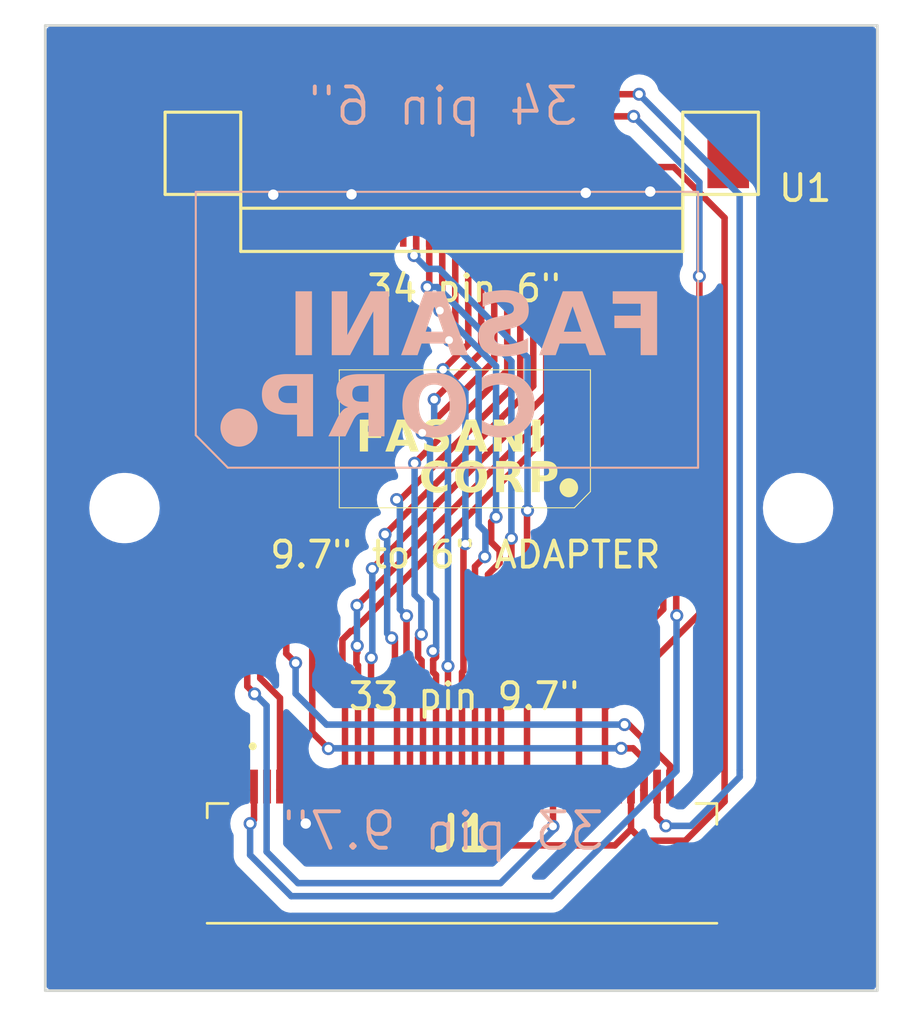
<source format=kicad_pcb>
(kicad_pcb (version 20221018) (generator pcbnew)
  (layers (0 "F.Cu" signal) (31 "B.Cu" signal) (34 "B.Paste" user) (35 "F.Paste" user) (36 "B.SilkS" user "B.Silkscreen") (37 "F.SilkS" user "F.Silkscreen") (38 "B.Mask" user) (39 "F.Mask" user) (44 "Edge.Cuts" user))
  (net 0 "")
  (net 1 "/-15V")
  (net 3 "/15V")
  (net 5 "GND")
  (net 6 "unconnected-(J1-NC-Pad6)")
  (net 7 "EPD_VDD")
  (net 8 "/XCL")
  (net 9 "/LEH")
  (net 10 "/EP_OE")
  (net 11 "/XSTL")
  (net 12 "/D0")
  (net 13 "/D1")
  (net 14 "/D2")
  (net 15 "/D3")
  (net 16 "/D4")
  (net 17 "/D5")
  (net 18 "/D6")
  (net 19 "/D7")
  (net 20 "unconnected-(J1-NC-Pad21)")
  (net 21 "/EP_VCOM")
  (net 22 "unconnected-(J1-NC-Pad23)")
  (net 23 "/+22V")
  (net 25 "/-20V")
  (net 27 "/EP_MODE")
  (net 28 "/EP_STV")
  (net 29 "/CKV")
  (net 30 "/BORDER")
  (footprint "MountingHole:MountingHole_2.2mm_M2" (layer "F.Cu") (at 106.426 80.01)
    (fp_text reference "REF**" hide)
    (fp_text value "MountingHole_2.2mm_M2" hide)
  )
  (footprint "MountingHole:MountingHole_2.2mm_M2" (layer "F.Cu") (at 80.518 80.01)
    (fp_text reference "REF**" hide)
    (fp_text value "MountingHole_2.2mm_M2" hide)
  )
  (footprint "epaper-breakout:X05A20H34G" (layer "F.Cu") (at 93.49 69.32 180)
    (fp_text reference "U1")
    (fp_text value "ED060XC5")
  )
  (footprint "footprints:FH1233S05SH55" (layer "F.Cu") (at 93.5 93.66)
    (fp_text reference "J1")
    (fp_text value "XF2M-3315-1A" hide)
  )
  (gr_line (start 84.492768 78.459105) (end 83.26 77.211781) (stroke (width 0.079374)) (layer "B.SilkS"))
  (gr_poly (pts (xy 95.204052 71.637881) (xy 95.255692 71.640115) (xy 95.305869 71.64384) (xy 95.354581 71.649054) (xy 95.401829 71.655758) (xy 95.447614 71.663952) (xy 95.491934 71.673635) (xy 95.53479 71.684808) (xy 95.576182 71.697471) (xy 95.61611 71.711624) (xy 95.654574 71.727266) (xy 95.691574 71.744398) (xy 95.72711 71.763019) (xy 95.761182 71.783131) (xy 95.793789 71.804731) (xy 95.824933 71.827822) (xy 95.854394 71.852395) (xy 95.881955 71.878446) (xy 95.907614 71.905974) (xy 95.931373 71.934979) (xy 95.953232 71.965461) (xy 95.973189 71.99742) (xy 95.991246 72.030857) (xy 96.007402 72.06577) (xy 96.021658 72.102159) (xy 96.034012 72.140026) (xy 96.044466 72.17937) (xy 96.053019 72.220191) (xy 96.059672 72.262488) (xy 96.064424 72.306262) (xy 96.067275 72.351513) (xy 96.068225 72.398241) (xy 96.067525 72.436115) (xy 96.065425 72.472885) (xy 96.061926 72.508549) (xy 96.057026 72.54311) (xy 96.050727 72.576565) (xy 96.043028 72.608916) (xy 96.033929 72.640163) (xy 96.02343 72.670305) (xy 96.011531 72.699342) (xy 95.998233 72.727275) (xy 95.983534 72.754104) (xy 95.967436 72.779828) (xy 95.949938 72.804447) (xy 95.93104 72.827962) (xy 95.910742 72.850372) (xy 95.889044 72.871679) (xy 95.865978 72.892086) (xy 95.841577 72.911799) (xy 95.81584 72.930819) (xy 95.788768 72.949146) (xy 95.76036 72.966779) (xy 95.730616 72.983718) (xy 95.699537 72.999964) (xy 95.667122 73.015517) (xy 95.633371 73.030376) (xy 95.598285 73.044542) (xy 95.561863 73.058013) (xy 95.524105 73.070792) (xy 95.485012 73.082877) (xy 95.444583 73.094268) (xy 95.402818 73.104966) (xy 95.359718 73.114971) (xy 95.114781 73.169216) (xy 95.08977 73.174828) (xy 95.065696 73.180569) (xy 95.04256 73.186438) (xy 95.020362 73.192435) (xy 94.999101 73.19856) (xy 94.978777 73.204814) (xy 94.959391 73.211197) (xy 94.940942 73.217708) (xy 94.923431 73.224347) (xy 94.906858 73.231115) (xy 94.891222 73.238011) (xy 94.876523 73.245036) (xy 94.862762 73.252189) (xy 94.849939 73.25947) (xy 94.838053 73.26688) (xy 94.827104 73.274419) (xy 94.816753 73.282266) (xy 94.807069 73.290601) (xy 94.798054 73.299424) (xy 94.789706 73.308736) (xy 94.782026 73.318535) (xy 94.775014 73.328822) (xy 94.768669 73.339598) (xy 94.762993 73.350861) (xy 94.757984 73.362612) (xy 94.753643 73.374851) (xy 94.74997 73.387579) (xy 94.746965 73.400794) (xy 94.744628 73.414496) (xy 94.742958 73.428687) (xy 94.741957 73.443365) (xy 94.741623 73.458532) (xy 94.741687 73.464265) (xy 94.741879 73.469959) (xy 94.742201 73.475616) (xy 94.74265 73.481234) (xy 94.743228 73.486813) (xy 94.743934 73.492354) (xy 94.744769 73.497857) (xy 94.745732 73.503321) (xy 94.746824 73.508747) (xy 94.748044 73.514135) (xy 94.749393 73.519484) (xy 94.75087 73.524795) (xy 94.752475 73.530067) (xy 94.754209 73.535301) (xy 94.756071 73.540496) (xy 94.758062 73.545653) (xy 94.76022 73.550804) (xy 94.762583 73.55598) (xy 94.765152 73.561182) (xy 94.767926 73.566409) (xy 94.770905 73.571662) (xy 94.77409 73.57694) (xy 94.777481 73.582244) (xy 94.781077 73.587574) (xy 94.784878 73.592929) (xy 94.788885 73.59831) (xy 94.793098 73.603717) (xy 94.797515 73.609149) (xy 94.802139 73.614607) (xy 94.806968 73.620091) (xy 94.812002 73.625601) (xy 94.817242 73.631136) (xy 94.82277 73.636412) (xy 94.828672 73.64156) (xy 94.834945 73.646581) (xy 94.841591 73.651472) (xy 94.84861 73.656236) (xy 94.856001 73.660872) (xy 94.863764 73.665379) (xy 94.8719 73.669759) (xy 94.880409 73.67401) (xy 94.889289 73.678132) (xy 94.898543 73.682127) (xy 94.908168 73.685993) (xy 94.918166 73.689731) (xy 94.928537 73.693341) (xy 94.93928 73.696823) (xy 94.950395 73.700176) (xy 94.973229 73.705957) (xy 94.997348 73.710966) (xy 95.022751 73.715206) (xy 95.049438 73.718674) (xy 95.07741 73.721372) (xy 95.106666 73.723299) (xy 95.137205 73.724455) (xy 95.16903 73.72484) (xy 95.219463 73.723858) (xy 95.270487 73.72091) (xy 95.322102 73.715998) (xy 95.374307 73.709121) (xy 95.427103 73.700279) (xy 95.48049 73.689472) (xy 95.534468 73.6767) (xy 95.589037 73.661963) (xy 95.644196 73.645261) (xy 95.699947 73.626594) (xy 95.756288 73.605962) (xy 95.813219 73.583365) (xy 95.870742 73.558803) (xy 95.928855 73.532276) (xy 95.98756 73.503784) (xy 96.046854 73.473326) (xy 96.046854 74.007582) (xy 95.987707 74.028882) (xy 95.928624 74.048807) (xy 95.869606 74.067358) (xy 95.810651 74.084535) (xy 95.751761 74.100337) (xy 95.692935 74.114766) (xy 95.634173 74.12782) (xy 95.575475 74.1395) (xy 95.516842 74.149807) (xy 95.458272 74.158738) (xy 95.399767 74.166296) (xy 95.341327 74.17248) (xy 95.28295 74.177289) (xy 95.224638 74.180725) (xy 95.166389 74.182786) (xy 95.108205 74.183473) (xy 95.049501 74.182728) (xy 94.992569 74.180493) (xy 94.93741 74.176769) (xy 94.884023 74.171555) (xy 94.832408 74.164851) (xy 94.782565 74.156657) (xy 94.734495 74.146974) (xy 94.688197 74.135801) (xy 94.643671 74.123138) (xy 94.600918 74.108985) (xy 94.559937 74.093343) (xy 94.520728 74.076211) (xy 94.483291 74.05759) (xy 94.447627 74.037479) (xy 94.413735 74.015878) (xy 94.381616 73.992788) (xy 94.351358 73.968053) (xy 94.323053 73.941521) (xy 94.296699 73.91319) (xy 94.272298 73.883062) (xy 94.249849 73.851135) (xy 94.229352 73.81741) (xy 94.210807 73.781887) (xy 94.194214 73.744566) (xy 94.179574 73.705447) (xy 94.166885 73.66453) (xy 94.156149 73.621815) (xy 94.147364 73.577302) (xy 94.140532 73.530991) (xy 94.135652 73.482882) (xy 94.132724 73.432975) (xy 94.131748 73.38127) (xy 94.132454 73.34221) (xy 94.134573 73.304344) (xy 94.138105 73.267673) (xy 94.143049 73.232196) (xy 94.149406 73.197913) (xy 94.157176 73.164824) (xy 94.166359 73.13293) (xy 94.176954 73.10223) (xy 94.188962 73.072724) (xy 94.202382 73.044413) (xy 94.217216 73.017295) (xy 94.233462 72.991372) (xy 94.251121 72.966643) (xy 94.270192 72.943108) (xy 94.290676 72.920767) (xy 94.312573 72.89962) (xy 94.335812 72.879208) (xy 94.360734 72.859477) (xy 94.387337 72.840426) (xy 94.415623 72.822055) (xy 94.445592 72.804365) (xy 94.477243 72.787356) (xy 94.510576 72.771027) (xy 94.545592 72.755378) (xy 94.58229 72.74041) (xy 94.62067 72.726122) (xy 94.660733 72.712515) (xy 94.702478 72.699589) (xy 94.745906 72.687343) (xy 94.791016 72.675778) (xy 94.837808 72.664893) (xy 94.886283 72.654689) (xy 95.155877 72.600444) (xy 95.178082 72.595661) (xy 95.199491 72.590762) (xy 95.220103 72.585747) (xy 95.239919 72.580617) (xy 95.258939 72.575372) (xy 95.277163 72.57001) (xy 95.294591 72.564534) (xy 95.311222 72.558941) (xy 95.327057 72.553233) (xy 95.342096 72.547409) (xy 95.356338 72.54147) (xy 95.369785 72.535415) (xy 95.382435 72.529244) (xy 95.394289 72.522957) (xy 95.405346 72.516554) (xy 95.415608 72.510036) (xy 95.425163 72.503063) (xy 95.434101 72.495704) (xy 95.442423 72.48796) (xy 95.450129 72.479831) (xy 95.457218 72.471316) (xy 95.463691 72.462416) (xy 95.469547 72.453131) (xy 95.474787 72.44346) (xy 95.47941 72.433404) (xy 95.483417 72.422963) (xy 95.486808 72.412137) (xy 95.489582 72.400925) (xy 95.491739 72.389328) (xy 95.49328 72.377346) (xy 95.494205 72.364979) (xy 95.494513 72.352227) (xy 95.494115 72.33704) (xy 95.492921 72.322302) (xy 95.49093 72.308014) (xy 95.489636 72.301039) (xy 95.488143 72.294176) (xy 95.486451 72.287425) (xy 95.48456 72.280787) (xy 95.48247 72.274261) (xy 95.480181 72.267848) (xy 95.477693 72.261547) (xy 95.475005 72.255358) (xy 95.472119 72.249282) (xy 95.469034 72.243318) (xy 95.465749 72.237466) (xy 95.462265 72.231727) (xy 95.458583 72.2261) (xy 95.454701 72.220586) (xy 95.45062 72.215184) (xy 95.44634 72.209894) (xy 95.441862 72.204717) (xy 95.437184 72.199652) (xy 95.432307 72.1947) (xy 95.42723 72.18986) (xy 95.421955 72.185132) (xy 95.416481 72.180517) (xy 95.404935 72.171623) (xy 95.392593 72.163179) (xy 95.379314 72.155018) (xy 95.364956 72.147382) (xy 95.349519 72.140274) (xy 95.333003 72.133691) (xy 95.315409 72.127636) (xy 95.296735 72.122107) (xy 95.276983 72.117104) (xy 95.256152 72.112629) (xy 95.234243 72.108679) (xy 95.211254 72.105257) (xy 95.187187 72.10236) (xy 95.162041 72.099991) (xy 95.135816 72.098148) (xy 95.108513 72.096831) (xy 95.050669 72.095778) (xy 95.006677 72.096491) (xy 94.962234 72.098629) (xy 94.917343 72.102193) (xy 94.872002 72.107182) (xy 94.826211 72.113596) (xy 94.779971 72.121437) (xy 94.733281 72.130702) (xy 94.686142 72.141393) (xy 94.638553 72.15351) (xy 94.590515 72.167052) (xy 94.542027 72.18202) (xy 94.49309 72.198413) (xy 94.443703 72.216232) (xy 94.393867 72.235477) (xy 94.343581 72.256147) (xy 94.292846 72.278243) (xy 94.292846 71.758782) (xy 94.404783 71.730271) (xy 94.515385 71.705562) (xy 94.624651 71.684654) (xy 94.732581 71.667547) (xy 94.839175 71.654242) (xy 94.944434 71.644739) (xy 95.048357 71.639036) (xy 95.150945 71.637136) (xy 95.150947 71.637136)) (fill solid) (layer "B.SilkS"))
  (gr_line (start 102.58 67.86) (end 102.58 78.459105) (stroke (width 0.079374)) (layer "B.SilkS"))
  (gr_poly (pts (xy 87.771265 77.254051) (xy 87.154507 77.254051) (xy 87.154507 76.424226) (xy 86.747607 76.424226) (xy 86.693084 76.423463) (xy 86.64005 76.421172) (xy 86.588505 76.417355) (xy 86.53845 76.412011) (xy 86.489884 76.40514) (xy 86.442807 76.396742) (xy 86.39722 76.386817) (xy 86.353122 76.375366) (xy 86.310513 76.362387) (xy 86.269394 76.347882) (xy 86.229764 76.33185) (xy 86.191623 76.314291) (xy 86.154972 76.295206) (xy 86.11981 76.274593) (xy 86.086137 76.252454) (xy 86.053954 76.228789) (xy 86.023498 76.203406) (xy 85.995007 76.176522) (xy 85.96848 76.148136) (xy 85.943919 76.118249) (xy 85.921323 76.08686) (xy 85.900691 76.053969) (xy 85.882024 76.019577) (xy 85.865323 75.983682) (xy 85.850586 75.946287) (xy 85.837814 75.907389) (xy 85.827007 75.86699) (xy 85.818165 75.825089) (xy 85.811287 75.781686) (xy 85.806375 75.736781) (xy 85.803428 75.690375) (xy 85.802445 75.642467) (xy 86.438426 75.642467) (xy 86.438814 75.66259) (xy 86.439978 75.682114) (xy 86.441918 75.701037) (xy 86.444634 75.719359) (xy 86.448126 75.73708) (xy 86.452394 75.754201) (xy 86.457437 75.770721) (xy 86.463257 75.78664) (xy 86.469853 75.801959) (xy 86.477224 75.816677) (xy 86.485372 75.830794) (xy 86.494295 75.844311) (xy 86.503995 75.857226) (xy 86.51447 75.869541) (xy 86.525721 75.881255) (xy 86.537749 75.892369) (xy 86.550276 75.902651) (xy 86.56343 75.91227) (xy 86.57721 75.921225) (xy 86.591615 75.929517) (xy 86.606646 75.937145) (xy 86.622302 75.94411) (xy 86.638585 75.950411) (xy 86.655493 75.956049) (xy 86.673027 75.961024) (xy 86.691187 75.965336) (xy 86.709973 75.968984) (xy 86.729384 75.971969) (xy 86.749421 75.97429) (xy 86.770084 75.975948) (xy 86.791373 75.976943) (xy 86.813287 75.977275) (xy 87.154507 75.977275) (xy 87.154507 75.309251) (xy 86.813287 75.309251) (xy 86.791373 75.309583) (xy 86.770084 75.310578) (xy 86.749421 75.312236) (xy 86.729384 75.314557) (xy 86.709973 75.317542) (xy 86.691187 75.32119) (xy 86.673027 75.325502) (xy 86.655493 75.330477) (xy 86.638585 75.336115) (xy 86.622302 75.342416) (xy 86.606646 75.349381) (xy 86.591615 75.35701) (xy 86.57721 75.365301) (xy 86.56343 75.374256) (xy 86.550276 75.383875) (xy 86.537749 75.394157) (xy 86.525721 75.405078) (xy 86.51447 75.416611) (xy 86.503995 75.428757) (xy 86.494295 75.441517) (xy 86.485372 75.45489) (xy 86.477224 75.468876) (xy 86.469853 75.483475) (xy 86.463257 75.498688) (xy 86.457437 75.514513) (xy 86.452394 75.530952) (xy 86.448126 75.548004) (xy 86.444634 75.56567) (xy 86.441918 75.583949) (xy 86.439978 75.602841) (xy 86.438814 75.622347) (xy 86.438426 75.642467) (xy 85.802445 75.642467) (xy 85.803428 75.594563) (xy 85.806375 75.548174) (xy 85.811287 75.503299) (xy 85.818165 75.459939) (xy 85.827007 75.418093) (xy 85.837814 75.377762) (xy 85.850586 75.338945) (xy 85.865323 75.301643) (xy 85.882024 75.265855) (xy 85.900691 75.231582) (xy 85.921323 75.198823) (xy 85.943919 75.167579) (xy 85.96848 75.137849) (xy 85.995007 75.109634) (xy 86.023498 75.082933) (xy 86.053954 75.057747) (xy 86.08595 75.034081) (xy 86.11946 75.011942) (xy 86.154484 74.99133) (xy 86.191023 74.972244) (xy 86.229076 74.954685) (xy 86.268643 74.938653) (xy 86.309725 74.924148) (xy 86.352321 74.91117) (xy 86.396431 74.899718) (xy 86.442056 74.889793) (xy 86.489195 74.881395) (xy 86.537849 74.874524) (xy 86.588017 74.86918) (xy 86.639699 74.865363) (xy 86.692896 74.863072) (xy 86.747607 74.862309) (xy 87.771265 74.862309)) (fill solid) (layer "B.SilkS"))
  (gr_poly (pts (xy 90.518508 77.254042) (xy 89.90175 77.254042) (xy 89.90175 76.348924) (xy 89.727136 76.348924) (xy 89.707774 76.349206) (xy 89.688939 76.350051) (xy 89.670629 76.351459) (xy 89.652844 76.35343) (xy 89.635585 76.355965) (xy 89.618852 76.359062) (xy 89.602645 76.362723) (xy 89.586963 76.366947) (xy 89.571807 76.371735) (xy 89.557176 76.377085) (xy 89.543071 76.382999) (xy 89.529492 76.389475) (xy 89.516439 76.396515) (xy 89.503911 76.404118) (xy 89.491909 76.412284) (xy 89.480432 76.421013) (xy 89.469055 76.430206) (xy 89.457754 76.440162) (xy 89.446528 76.450882) (xy 89.435376 76.462366) (xy 89.4243 76.474613) (xy 89.413299 76.487623) (xy 89.402373 76.501396) (xy 89.391523 76.515933) (xy 89.380747 76.531234) (xy 89.370046 76.547297) (xy 89.359421 76.564124) (xy 89.34887 76.581715) (xy 89.338395 76.600068) (xy 89.327994 76.619185) (xy 89.317669 76.639065) (xy 89.307419 76.659709) (xy 89.015861 77.254042) (xy 88.359053 77.254042) (xy 88.693865 76.574803) (xy 88.717193 76.529521) (xy 88.740722 76.486593) (xy 88.764451 76.446018) (xy 88.776391 76.426613) (xy 88.788381 76.407796) (xy 88.800421 76.389567) (xy 88.81251 76.371927) (xy 88.82465 76.354875) (xy 88.83684 76.338411) (xy 88.84908 76.322535) (xy 88.86137 76.307248) (xy 88.873711 76.292549) (xy 88.886101 76.278438) (xy 88.898479 76.264927) (xy 88.911182 76.25203) (xy 88.92421 76.239746) (xy 88.937564 76.228076) (xy 88.951243 76.217018) (xy 88.965248 76.206574) (xy 88.979578 76.196743) (xy 88.994234 76.187526) (xy 89.009215 76.178921) (xy 89.024521 76.17093) (xy 89.040153 76.163553) (xy 89.05611 76.156788) (xy 89.072392 76.150637) (xy 89.089 76.145099) (xy 89.105933 76.140174) (xy 89.123192 76.135863) (xy 89.067517 76.11657) (xy 89.015435 76.094736) (xy 88.966944 76.070363) (xy 88.922045 76.043448) (xy 88.900942 76.029039) (xy 88.880738 76.013994) (xy 88.861431 75.998314) (xy 88.843023 75.981998) (xy 88.825512 75.965048) (xy 88.8089 75.947463) (xy 88.793185 75.929242) (xy 88.778368 75.910386) (xy 88.76445 75.890896) (xy 88.751429 75.87077) (xy 88.739306 75.850008) (xy 88.728081 75.828612) (xy 88.717755 75.806581) (xy 88.708326 75.783914) (xy 88.699795 75.760612) (xy 88.692162 75.736675) (xy 88.67959 75.686896) (xy 88.670611 75.634575) (xy 88.668552 75.613618) (xy 89.280184 75.613618) (xy 89.280504 75.633118) (xy 89.281461 75.651967) (xy 89.283057 75.670164) (xy 89.285291 75.687711) (xy 89.288163 75.704607) (xy 89.291674 75.720852) (xy 89.295822 75.736446) (xy 89.30061 75.751389) (xy 89.306035 75.765682) (xy 89.312099 75.779323) (xy 89.318801 75.792314) (xy 89.326141 75.804654) (xy 89.33412 75.816344) (xy 89.342736 75.827382) (xy 89.351992 75.837771) (xy 89.361885 75.847508) (xy 89.372367 75.856626) (xy 89.383787 75.865156) (xy 89.396146 75.873097) (xy 89.409444 75.88045) (xy 89.42368 75.887215) (xy 89.438855 75.893391) (xy 89.454968 75.898979) (xy 89.472021 75.903979) (xy 89.490012 75.90839) (xy 89.508941 75.912214) (xy 89.528809 75.915449) (xy 89.549616 75.918096) (xy 89.571362 75.920154) (xy 89.594046 75.921625) (xy 89.617668 75.922507) (xy 89.64223 75.922801) (xy 89.901749 75.922801) (xy 89.901749 75.309251) (xy 89.64223 75.309251) (xy 89.619383 75.30952) (xy 89.5973 75.310327) (xy 89.57598 75.311673) (xy 89.555423 75.313556) (xy 89.53563 75.315978) (xy 89.516601 75.318938) (xy 89.498334 75.322436) (xy 89.480832 75.326472) (xy 89.464092 75.331047) (xy 89.448116 75.336159) (xy 89.432904 75.34181) (xy 89.418455 75.347999) (xy 89.404769 75.354726) (xy 89.391847 75.361991) (xy 89.379688 75.369794) (xy 89.368293 75.378135) (xy 89.357624 75.386939) (xy 89.347643 75.396532) (xy 89.33835 75.406913) (xy 89.329746 75.418083) (xy 89.32183 75.430041) (xy 89.314602 75.442788) (xy 89.308063 75.456323) (xy 89.302212 75.470647) (xy 89.297049 75.48576) (xy 89.292575 75.501661) (xy 89.288789 75.518351) (xy 89.285692 75.535829) (xy 89.283283 75.554096) (xy 89.281562 75.573151) (xy 89.280529 75.592995) (xy 89.280185 75.613627) (xy 89.280184 75.613618) (xy 88.668552 75.613618) (xy 88.665223 75.579714) (xy 88.663427 75.522313) (xy 88.663427 75.522304) (xy 88.663603 75.503036) (xy 88.664128 75.484082) (xy 88.665004 75.465441) (xy 88.666231 75.447112) (xy 88.667808 75.429097) (xy 88.669735 75.411394) (xy 88.672013 75.394004) (xy 88.674641 75.376927) (xy 88.67762 75.360163) (xy 88.680949 75.343711) (xy 88.684628 75.327573) (xy 88.688658 75.311747) (xy 88.693039 75.296234) (xy 88.69777 75.281034) (xy 88.702851 75.266147) (xy 88.708283 75.251573) (xy 88.713921 75.237062) (xy 88.720022 75.222764) (xy 88.726586 75.208679) (xy 88.733614 75.194806) (xy 88.741104 75.181146) (xy 88.749058 75.167699) (xy 88.757475 75.154464) (xy 88.766354 75.141442) (xy 88.775697 75.128632) (xy 88.785503 75.116036) (xy 88.795772 75.103651) (xy 88.806504 75.09148) (xy 88.817699 75.079521) (xy 88.829357 75.067775) (xy 88.841478 75.056241) (xy 88.854062 75.04492) (xy 88.867184 75.033875) (xy 88.88092 75.023167) (xy 88.895269 75.012798) (xy 88.910231 75.002767) (xy 88.925806 74.993074) (xy 88.941995 74.983718) (xy 88.958797 74.974701) (xy 88.976212 74.966022) (xy 88.99424 74.957681) (xy 89.012882 74.949678) (xy 89.032137 74.942013) (xy 89.052005 74.934685) (xy 89.072487 74.927696) (xy 89.093581 74.921044) (xy 89.115289 74.91473) (xy 89.137611 74.908754) (xy 89.184068 74.897865) (xy 89.232928 74.888429) (xy 89.284191 74.880445) (xy 89.337857 74.873912) (xy 89.393926 74.868832) (xy 89.452398 74.865203) (xy 89.513273 74.863026) (xy 89.57655 74.8623) (xy 90.518508 74.8623)) (fill solid) (layer "B.SilkS"))
  (gr_poly (pts (xy 92.506852 74.820342) (xy 92.57585 74.824191) (xy 92.64292 74.830605) (xy 92.708062 74.839585) (xy 92.771277 74.85113) (xy 92.832565 74.865242) (xy 92.891926 74.881918) (xy 92.949359 74.901161) (xy 93.004865 74.922968) (xy 93.058443 74.947342) (xy 93.110094 74.974281) (xy 93.159818 75.003786) (xy 93.207614 75.035856) (xy 93.253483 75.070491) (xy 93.297425 75.107693) (xy 93.339439 75.147459) (xy 93.379012 75.189323) (xy 93.416033 75.233214) (xy 93.4505 75.279133) (xy 93.482415 75.327079) (xy 93.511776 75.377053) (xy 93.538584 75.429053) (xy 93.562839 75.483082) (xy 93.58454 75.539138) (xy 93.603689 75.597221) (xy 93.620284 75.657332) (xy 93.634326 75.719471) (xy 93.645816 75.783637) (xy 93.654752 75.849831) (xy 93.661134 75.918053) (xy 93.664964 75.988302) (xy 93.666241 76.060579) (xy 93.664964 76.132856) (xy 93.661134 76.203105) (xy 93.654752 76.271326) (xy 93.645816 76.33752) (xy 93.634326 76.401686) (xy 93.620284 76.463825) (xy 93.603689 76.523936) (xy 93.58454 76.58202) (xy 93.562839 76.638075) (xy 93.538584 76.692104) (xy 93.511776 76.744105) (xy 93.482415 76.794078) (xy 93.4505 76.842024) (xy 93.416033 76.887943) (xy 93.379012 76.931834) (xy 93.339439 76.973698) (xy 93.297425 77.013272) (xy 93.253483 77.050292) (xy 93.207614 77.084759) (xy 93.159818 77.116673) (xy 93.110094 77.146034) (xy 93.058443 77.172842) (xy 93.004865 77.197096) (xy 92.949359 77.218797) (xy 92.891926 77.237946) (xy 92.832565 77.254541) (xy 92.771277 77.268582) (xy 92.708062 77.280071) (xy 92.64292 77.289007) (xy 92.57585 77.29539) (xy 92.506852 77.299219) (xy 92.435928 77.300496) (xy 92.365009 77.299219) (xy 92.296031 77.29539) (xy 92.228992 77.289007) (xy 92.163893 77.280071) (xy 92.100734 77.268582) (xy 92.039515 77.254541) (xy 91.980236 77.237946) (xy 91.922897 77.218797) (xy 91.867498 77.197096) (xy 91.814038 77.172842) (xy 91.762519 77.146034) (xy 91.712939 77.116673) (xy 91.665299 77.084759) (xy 91.619599 77.050292) (xy 91.575839 77.013272) (xy 91.534019 76.973698) (xy 91.494251 76.931834) (xy 91.457049 76.887943) (xy 91.422413 76.842024) (xy 91.390342 76.794078) (xy 91.360837 76.744105) (xy 91.333898 76.692104) (xy 91.309524 76.638075) (xy 91.287716 76.58202) (xy 91.268473 76.523936) (xy 91.251796 76.463825) (xy 91.237685 76.401686) (xy 91.22614 76.33752) (xy 91.21716 76.271326) (xy 91.210746 76.203105) (xy 91.206897 76.132856) (xy 91.205615 76.060579) (xy 91.205615 76.06057) (xy 91.841597 76.06057) (xy 91.842148 76.103723) (xy 91.8438 76.145875) (xy 91.846553 76.187026) (xy 91.850408 76.227176) (xy 91.855364 76.266325) (xy 91.861421 76.304472) (xy 91.86858 76.341619) (xy 91.87684 76.377763) (xy 91.876839 76.377754) (xy 91.881382 76.39525) (xy 91.886201 76.412496) (xy 91.891295 76.429491) (xy 91.896664 76.446237) (xy 91.902308 76.462732) (xy 91.908228 76.478977) (xy 91.914423 76.494971) (xy 91.920893 76.510716) (xy 91.927639 76.52621) (xy 91.93466 76.541455) (xy 91.941957 76.556449) (xy 91.949529 76.571192) (xy 91.957376 76.585686) (xy 91.965498 76.599929) (xy 91.973896 76.613922) (xy 91.982569 76.627665) (xy 91.991555 76.640895) (xy 92.000891 76.653749) (xy 92.010578 76.666227) (xy 92.020615 76.67833) (xy 92.031003 76.690057) (xy 92.041741 76.701409) (xy 92.05283 76.712385) (xy 92.064269 76.722986) (xy 92.076059 76.733211) (xy 92.088198 76.743061) (xy 92.100689 76.752535) (xy 92.11353 76.761633) (xy 92.126721 76.770357) (xy 92.140262 76.778704) (xy 92.154154 76.786676) (xy 92.168397 76.794273) (xy 92.182958 76.801451) (xy 92.197808 76.808165) (xy 92.212945 76.814416) (xy 92.22837 76.820204) (xy 92.244083 76.825529) (xy 92.260084 76.830392) (xy 92.276373 76.834791) (xy 92.29295 76.838727) (xy 92.309814 76.8422) (xy 92.326967 76.845209) (xy 92.344407 76.847756) (xy 92.362135 76.84984) (xy 92.380151 76.851461) (xy 92.398454 76.852618) (xy 92.417046 76.853313) (xy 92.435925 76.853544) (xy 92.472395 76.8527) (xy 92.507714 76.850165) (xy 92.541881 76.845941) (xy 92.574896 76.840028) (xy 92.606761 76.832425) (xy 92.637473 76.823132) (xy 92.652398 76.817852) (xy 92.667035 76.81215) (xy 92.681384 76.806025) (xy 92.695445 76.799478) (xy 92.709218 76.792508) (xy 92.722703 76.785117) (xy 92.735901 76.777302) (xy 92.74881 76.769066) (xy 92.761432 76.760406) (xy 92.773766 76.751325) (xy 92.785812 76.741821) (xy 92.79757 76.731895) (xy 92.809041 76.721546) (xy 92.820223 76.710775) (xy 92.831118 76.699582) (xy 92.841725 76.687966) (xy 92.862075 76.663467) (xy 92.881273 76.637279) (xy 92.89912 76.609682) (xy 92.915816 76.580959) (xy 92.93136 76.55111) (xy 92.945753 76.520135) (xy 92.958994 76.488033) (xy 92.971084 76.454805) (xy 92.982022 76.42045) (xy 92.99181 76.384969) (xy 93.000445 76.348362) (xy 93.007929 76.310628) (xy 93.014262 76.271768) (xy 93.019444 76.231781) (xy 93.023474 76.190668) (xy 93.026352 76.148428) (xy 93.028079 76.105062) (xy 93.028655 76.06057) (xy 93.027704 76.002651) (xy 93.02485 75.946633) (xy 93.02271 75.919337) (xy 93.020094 75.892517) (xy 93.017003 75.866172) (xy 93.013436 75.840303) (xy 93.009394 75.814909) (xy 93.004876 75.789991) (xy 92.999882 75.765548) (xy 92.994413 75.741581) (xy 92.988468 75.718089) (xy 92.982048 75.695073) (xy 92.975152 75.672533) (xy 92.96778 75.650468) (xy 92.959883 75.628917) (xy 92.95141 75.607916) (xy 92.942362 75.587466) (xy 92.932737 75.567566) (xy 92.922537 75.548217) (xy 92.911762 75.529419) (xy 92.90041 75.511172) (xy 92.888483 75.493475) (xy 92.87598 75.476329) (xy 92.862902 75.459733) (xy 92.849247 75.443689) (xy 92.835017 75.428195) (xy 92.820212 75.413251) (xy 92.80483 75.398859) (xy 92.788873 75.385018) (xy 92.77234 75.371727) (xy 92.755069 75.358924) (xy 92.737297 75.346946) (xy 92.719025 75.335795) (xy 92.700252 75.325469) (xy 92.680978 75.31597) (xy 92.661204 75.307296) (xy 92.640929 75.299449) (xy 92.620153 75.292427) (xy 92.598877 75.286232) (xy 92.5771 75.280862) (xy 92.554823 75.276319) (xy 92.532045 75.272601) (xy 92.508766 75.26971) (xy 92.484987 75.267645) (xy 92.460707 75.266406) (xy 92.435927 75.265993) (xy 92.417047 75.266224) (xy 92.398456 75.266919) (xy 92.380152 75.268076) (xy 92.362136 75.269697) (xy 92.344408 75.271781) (xy 92.326968 75.274328) (xy 92.309815 75.277337) (xy 92.292951 75.28081) (xy 92.276374 75.284746) (xy 92.260085 75.289145) (xy 92.244085 75.294007) (xy 92.228371 75.299333) (xy 92.212946 75.305121) (xy 92.197809 75.311372) (xy 92.18296 75.318086) (xy 92.168398 75.325264) (xy 92.154156 75.332868) (xy 92.140264 75.34086) (xy 92.126722 75.349241) (xy 92.113531 75.358008) (xy 92.10069 75.367164) (xy 92.0882 75.376707) (xy 92.07606 75.386638) (xy 92.06427 75.396958) (xy 92.052831 75.407664) (xy 92.041742 75.418759) (xy 92.031004 75.430242) (xy 92.020617 75.442112) (xy 92.010579 75.454371) (xy 92.000892 75.467017) (xy 91.991556 75.480051) (xy 91.98257 75.493474) (xy 91.973897 75.507027) (xy 91.965499 75.520855) (xy 91.957377 75.534959) (xy 91.94953 75.549339) (xy 91.941958 75.563994) (xy 91.934661 75.578924) (xy 91.92764 75.59413) (xy 91.920895 75.609612) (xy 91.914424 75.625368) (xy 91.908229 75.641401) (xy 91.896665 75.674291) (xy 91.886202 75.708283) (xy 91.87684 75.743376) (xy 91.86858 75.779521) (xy 91.861421 75.816667) (xy 91.855364 75.854814) (xy 91.850408 75.893963) (xy 91.846553 75.934113) (xy 91.8438 75.975264) (xy 91.842148 76.017416) (xy 91.841597 76.06057) (xy 91.205615 76.06057) (xy 91.206891 75.988109) (xy 91.210721 75.917679) (xy 91.217104 75.849289) (xy 91.22604 75.782939) (xy 91.237529 75.718629) (xy 91.251571 75.656359) (xy 91.268166 75.596129) (xy 91.287315 75.537938) (xy 91.309017 75.481788) (xy 91.333272 75.427678) (xy 91.36008 75.375608) (xy 91.389441 75.325578) (xy 91.421355 75.277588) (xy 91.455822 75.231637) (xy 91.492843 75.187727) (xy 91.532417 75.145857) (xy 91.574243 75.106283) (xy 91.618022 75.069263) (xy 91.663753 75.034796) (xy 91.711437 75.002882) (xy 91.761073 74.973521) (xy 91.812661 74.946713) (xy 91.866202 74.922459) (xy 91.921696 74.900758) (xy 91.979141 74.88161) (xy 92.038539 74.865015) (xy 92.09989 74.850973) (xy 92.163193 74.839484) (xy 92.228448 74.830548) (xy 92.295655 74.824166) (xy 92.364815 74.820336) (xy 92.435928 74.81906)) (fill solid) (layer "B.SilkS"))
  (gr_poly (pts (xy 89.088308 73.364846) (xy 89.980928 71.68152) (xy 90.687792 71.68152) (xy 90.687792 74.135811) (xy 90.08778 74.135811) (xy 90.08778 72.452486) (xy 89.19516 74.135811) (xy 88.488297 74.135811) (xy 88.488297 71.68152) (xy 89.088308 71.68152)) (fill solid) (layer "B.SilkS"))
  (gr_line (start 102.58 78.459105) (end 84.492768 78.459105) (stroke (width 0.079374)) (layer "B.SilkS"))
  (gr_poly (pts (xy 95.073238 74.820361) (xy 95.145546 74.824266) (xy 95.215864 74.830774) (xy 95.284192 74.839885) (xy 95.35053 74.8516) (xy 95.414878 74.865917) (xy 95.477236 74.882838) (xy 95.537604 74.902362) (xy 95.595982 74.924489) (xy 95.65237 74.94922) (xy 95.706768 74.976553) (xy 95.759176 75.006489) (xy 95.809594 75.039029) (xy 95.858023 75.074171) (xy 95.904461 75.111917) (xy 95.948909 75.152266) (xy 95.990811 75.194861) (xy 96.030009 75.239346) (xy 96.066504 75.285721) (xy 96.100296 75.333986) (xy 96.131384 75.384141) (xy 96.159769 75.436186) (xy 96.18545 75.490121) (xy 96.208429 75.545946) (xy 96.228704 75.603661) (xy 96.246275 75.663265) (xy 96.261143 75.724759) (xy 96.273308 75.788144) (xy 96.28277 75.853418) (xy 96.289528 75.920582) (xy 96.293583 75.989635) (xy 96.294935 76.060579) (xy 96.293577 76.131522) (xy 96.289503 76.200576) (xy 96.282714 76.26774) (xy 96.273208 76.333014) (xy 96.260987 76.396398) (xy 96.24605 76.457892) (xy 96.228397 76.517497) (xy 96.208028 76.575211) (xy 96.184943 76.631036) (xy 96.159143 76.684971) (xy 96.130627 76.737016) (xy 96.099395 76.787171) (xy 96.065447 76.835436) (xy 96.028783 76.881811) (xy 95.989403 76.926296) (xy 95.947308 76.968892) (xy 95.902866 77.009047) (xy 95.856446 77.046612) (xy 95.808049 77.081586) (xy 95.757675 77.11397) (xy 95.705323 77.143762) (xy 95.650993 77.170964) (xy 95.594687 77.195575) (xy 95.536402 77.217596) (xy 95.476141 77.237026) (xy 95.413902 77.253865) (xy 95.349685 77.268113) (xy 95.283491 77.279771) (xy 95.21532 77.288838) (xy 95.145171 77.295314) (xy 95.073045 77.2992) (xy 94.998942 77.300496) (xy 94.9495 77.299801) (xy 94.900496 77.297717) (xy 94.85193 77.294244) (xy 94.803802 77.289382) (xy 94.756112 77.283131) (xy 94.70886 77.27549) (xy 94.662047 77.26646) (xy 94.615671 77.256041) (xy 94.569733 77.244233) (xy 94.524234 77.231035) (xy 94.479172 77.216448) (xy 94.434548 77.200472) (xy 94.390363 77.183106) (xy 94.346615 77.164351) (xy 94.303306 77.144207) (xy 94.260434 77.122673) (xy 94.260434 76.627665) (xy 94.301798 76.655018) (xy 94.343386 76.680606) (xy 94.3852 76.704429) (xy 94.42724 76.726488) (xy 94.469504 76.746781) (xy 94.511994 76.76531) (xy 94.554709 76.782075) (xy 94.597649 76.797075) (xy 94.640815 76.81031) (xy 94.684206 76.82178) (xy 94.727822 76.831486) (xy 94.771663 76.839427) (xy 94.81573 76.845603) (xy 94.860022 76.850015) (xy 94.904539 76.852662) (xy 94.949281 76.853544) (xy 94.949279 76.853563) (xy 94.990743 76.85273) (xy 95.03103 76.850234) (xy 95.07014 76.846073) (xy 95.108074 76.840247) (xy 95.144832 76.832757) (xy 95.180413 76.823602) (xy 95.214818 76.812782) (xy 95.248046 76.800298) (xy 95.280098 76.78615) (xy 95.310974 76.770337) (xy 95.340673 76.752859) (xy 95.369195 76.733717) (xy 95.396541 76.71291) (xy 95.422711 76.690438) (xy 95.447704 76.666302) (xy 95.471521 76.640501) (xy 95.494024 76.613267) (xy 95.515075 76.584832) (xy 95.534674 76.555195) (xy 95.552821 76.524357) (xy 95.569516 76.492317) (xy 95.58476 76.459076) (xy 95.598552 76.424634) (xy 95.610892 76.38899) (xy 95.621781 76.352145) (xy 95.631217 76.314098) (xy 95.639202 76.27485) (xy 95.645735 76.2344) (xy 95.650816 76.192749) (xy 95.654446 76.149897) (xy 95.656623 76.105843) (xy 95.657349 76.060588) (xy 95.656623 76.015333) (xy 95.654446 75.971279) (xy 95.650816 75.928427) (xy 95.645735 75.886776) (xy 95.639202 75.846326) (xy 95.631217 75.807078) (xy 95.621781 75.769031) (xy 95.610892 75.732186) (xy 95.598552 75.696542) (xy 95.58476 75.6621) (xy 95.569516 75.628859) (xy 95.552821 75.596819) (xy 95.534674 75.565981) (xy 95.515075 75.536344) (xy 95.494024 75.507908) (xy 95.471521 75.480675) (xy 95.447704 75.454681) (xy 95.422711 75.430364) (xy 95.396541 75.407724) (xy 95.369195 75.38676) (xy 95.340673 75.367474) (xy 95.310974 75.349865) (xy 95.280098 75.333933) (xy 95.248046 75.319678) (xy 95.214818 75.3071) (xy 95.180413 75.296199) (xy 95.144832 75.286975) (xy 95.108074 75.279428) (xy 95.07014 75.273558) (xy 95.03103 75.269365) (xy 94.990743 75.266849) (xy 94.949279 75.266011) (xy 94.904912 75.266893) (xy 94.86072 75.26954) (xy 94.816704 75.273952) (xy 94.772863 75.280128) (xy 94.729197 75.288069) (xy 94.685706 75.297775) (xy 94.64239 75.309245) (xy 94.59925 75.322481) (xy 94.556284 75.33748) (xy 94.513494 75.354245) (xy 94.470879 75.372774) (xy 94.42844 75.393068) (xy 94.386175 75.415126) (xy 94.344086 75.438949) (xy 94.302172 75.464537) (xy 94.260433 75.49189) (xy 94.260433 74.996882) (xy 94.303304 74.975349) (xy 94.346614 74.955204) (xy 94.390361 74.936449) (xy 94.434547 74.919084) (xy 94.479171 74.903107) (xy 94.524232 74.88852) (xy 94.569732 74.875323) (xy 94.61567 74.863514) (xy 94.662046 74.853095) (xy 94.708859 74.844065) (xy 94.756111 74.836424) (xy 94.803801 74.830173) (xy 94.851929 74.825311) (xy 94.900495 74.821838) (xy 94.949499 74.819754) (xy 94.998941 74.81906)) (fill solid) (layer "B.SilkS"))
  (gr_poly (pts (xy 93.727329 74.135811) (xy 93.091152 74.135811) (xy 92.934985 73.688677) (xy 91.945377 73.688677) (xy 91.790853 74.135811) (xy 91.154676 74.135811) (xy 91.488954 73.233321) (xy 92.104832 73.233321) (xy 92.777173 73.233321) (xy 92.44018 72.256865) (xy 92.104832 73.233321) (xy 91.488954 73.233321) (xy 92.063735 71.68152) (xy 92.81827 71.68152)) (fill solid) (layer "B.SilkS"))
  (gr_line (start 83.26 77.211781) (end 83.26 67.86) (stroke (width 0.079374)) (layer "B.SilkS"))
  (gr_line (start 83.26 67.86) (end 102.58 67.86) (stroke (width 0.079374)) (layer "B.SilkS"))
  (gr_poly (pts (xy 84.9596 76.187279) (xy 84.995855 76.190107) (xy 85.031584 76.194763) (xy 85.066741 76.201202) (xy 85.10128 76.209378) (xy 85.135158 76.219245) (xy 85.16833 76.230757) (xy 85.20075 76.243867) (xy 85.232373 76.258531) (xy 85.263156 76.274701) (xy 85.293053 76.292332) (xy 85.322018 76.311377) (xy 85.350009 76.331792) (xy 85.376978 76.353529) (xy 85.402882 76.376543) (xy 85.427676 76.400788) (xy 85.451315 76.426217) (xy 85.473753 76.452785) (xy 85.494947 76.480446) (xy 85.514851 76.509154) (xy 85.533421 76.538862) (xy 85.550611 76.569526) (xy 85.566377 76.601098) (xy 85.580674 76.633532) (xy 85.593457 76.666784) (xy 85.604681 76.700806) (xy 85.614301 76.735552) (xy 85.622273 76.770978) (xy 85.628551 76.807036) (xy 85.633091 76.843681) (xy 85.635848 76.880867) (xy 85.636777 76.918547) (xy 85.635848 76.956227) (xy 85.633091 76.993413) (xy 85.62855 77.030058) (xy 85.622272 77.066116) (xy 85.6143 77.101541) (xy 85.60468 77.136288) (xy 85.593456 77.17031) (xy 85.580673 77.203562) (xy 85.566376 77.235996) (xy 85.55061 77.267568) (xy 85.53342 77.298231) (xy 85.51485 77.32794) (xy 85.494946 77.356647) (xy 85.473752 77.384308) (xy 85.451313 77.410877) (xy 85.427674 77.436306) (xy 85.40288 77.460551) (xy 85.376976 77.483565) (xy 85.350006 77.505302) (xy 85.322016 77.525716) (xy 85.29305 77.544762) (xy 85.263153 77.562393) (xy 85.23237 77.578563) (xy 85.200747 77.593226) (xy 85.168326 77.606337) (xy 85.135155 77.617848) (xy 85.101276 77.627715) (xy 85.066737 77.635891) (xy 85.03158 77.642331) (xy 84.995851 77.646987) (xy 84.959595 77.649815) (xy 84.922857 77.650767) (xy 84.886119 77.649815) (xy 84.849863 77.646987) (xy 84.814134 77.642331) (xy 84.778978 77.635891) (xy 84.744438 77.627715) (xy 84.71056 77.617848) (xy 84.677389 77.606337) (xy 84.644969 77.593226) (xy 84.613345 77.578563) (xy 84.582562 77.562393) (xy 84.552666 77.544762) (xy 84.5237 77.525716) (xy 84.49571 77.505302) (xy 84.46874 77.483565) (xy 84.442836 77.460551) (xy 84.418042 77.436306) (xy 84.394404 77.410877) (xy 84.371965 77.384308) (xy 84.350771 77.356647) (xy 84.330867 77.32794) (xy 84.312297 77.298231) (xy 84.295107 77.267568) (xy 84.279341 77.235996) (xy 84.265045 77.203562) (xy 84.252262 77.17031) (xy 84.241038 77.136288) (xy 84.231418 77.101541) (xy 84.223446 77.066116) (xy 84.217168 77.030058) (xy 84.212628 76.993413) (xy 84.209871 76.956227) (xy 84.208942 76.918547) (xy 84.209871 76.880867) (xy 84.212628 76.843681) (xy 84.217168 76.807036) (xy 84.223447 76.770978) (xy 84.231418 76.735552) (xy 84.241039 76.700806) (xy 84.252263 76.666784) (xy 84.265046 76.633532) (xy 84.279343 76.601098) (xy 84.295109 76.569526) (xy 84.312299 76.538862) (xy 84.330869 76.509154) (xy 84.350773 76.480446) (xy 84.371967 76.452785) (xy 84.394406 76.426217) (xy 84.418045 76.400788) (xy 84.442839 76.376543) (xy 84.468743 76.353529) (xy 84.495712 76.331792) (xy 84.523703 76.311377) (xy 84.552669 76.292332) (xy 84.582565 76.274701) (xy 84.613348 76.258531) (xy 84.644972 76.243867) (xy 84.677392 76.230757) (xy 84.710564 76.219245) (xy 84.744442 76.209378) (xy 84.778982 76.201202) (xy 84.814139 76.194763) (xy 84.849868 76.190107) (xy 84.886123 76.187279) (xy 84.922862 76.186326)) (fill solid) (layer "B.SilkS"))
  (gr_poly (pts (xy 87.728804 74.135811) (xy 87.095915 74.135811) (xy 87.095915 71.68152) (xy 87.728804 71.68152)) (fill solid) (layer "B.SilkS"))
  (gr_poly (pts (xy 101.003167 74.135811) (xy 100.370279 74.135811) (xy 100.370279 73.095241) (xy 99.3593 73.095241) (xy 99.3593 72.616878) (xy 100.370279 72.616878) (xy 100.370279 72.159883) (xy 99.295189 72.159883) (xy 99.295189 71.68152) (xy 101.003167 71.68152)) (fill solid) (layer "B.SilkS"))
  (gr_poly (pts (xy 99.040363 74.135811) (xy 98.404186 74.135811) (xy 98.248019 73.688677) (xy 97.258411 73.688677) (xy 97.103887 74.135811) (xy 96.46771 74.135811) (xy 96.801988 73.233321) (xy 97.417866 73.233321) (xy 98.090207 73.233321) (xy 97.753214 72.256865) (xy 97.417866 73.233321) (xy 96.801988 73.233321) (xy 97.376769 71.68152) (xy 98.131304 71.68152)) (fill solid) (layer "B.SilkS"))
  (gr_poly (pts (xy 95.525845 77.452423) (xy 95.525845 76.61076) (xy 95.82585 76.61076) (xy 95.82585 77.837906) (xy 95.472419 77.837906) (xy 95.026109 76.996243) (xy 95.026109 77.837906) (xy 94.726103 77.837906) (xy 94.726103 76.61076) (xy 95.079535 76.61076)) (fill solid) (layer "F.SilkS"))
  (gr_poly (pts (xy 92.54582 76.589518) (xy 92.597782 76.592369) (xy 92.650411 76.597121) (xy 92.703708 76.603774) (xy 92.757673 76.612327) (xy 92.812306 76.622781) (xy 92.867607 76.635135) (xy 92.923576 76.649391) (xy 92.923576 76.909121) (xy 92.898208 76.898074) (xy 92.873065 76.887738) (xy 92.848147 76.878116) (xy 92.823453 76.869207) (xy 92.798985 76.86101) (xy 92.774741 76.853526) (xy 92.750722 76.846755) (xy 92.726928 76.840697) (xy 92.703358 76.835351) (xy 92.680013 76.830718) (xy 92.656893 76.826798) (xy 92.633998 76.823591) (xy 92.611327 76.821096) (xy 92.588881 76.819315) (xy 92.56666 76.818245) (xy 92.544664 76.817889) (xy 92.515742 76.818416) (xy 92.502091 76.819074) (xy 92.488978 76.819995) (xy 92.476405 76.82118) (xy 92.464372 76.822628) (xy 92.452877 76.82434) (xy 92.441923 76.826314) (xy 92.431507 76.828552) (xy 92.421631 76.831053) (xy 92.412294 76.833818) (xy 92.403497 76.836846) (xy 92.395239 76.840137) (xy 92.387521 76.843691) (xy 92.380342 76.847509) (xy 92.373702 76.85159) (xy 92.367531 76.855812) (xy 92.361758 76.860258) (xy 92.359021 76.862566) (xy 92.356384 76.86493) (xy 92.353846 76.86735) (xy 92.351407 76.869826) (xy 92.349068 76.872359) (xy 92.346829 76.874947) (xy 92.344689 76.877592) (xy 92.342648 76.880293) (xy 92.340707 76.88305) (xy 92.338866 76.885864) (xy 92.337124 76.888733) (xy 92.335482 76.891659) (xy 92.333939 76.894641) (xy 92.332496 76.897679) (xy 92.331152 76.900773) (xy 92.329908 76.903924) (xy 92.328764 76.907131) (xy 92.327719 76.910394) (xy 92.326773 76.913713) (xy 92.325927 76.917088) (xy 92.325181 76.920519) (xy 92.324534 76.924007) (xy 92.323538 76.931151) (xy 92.322941 76.93852) (xy 92.322742 76.946113) (xy 92.322896 76.95249) (xy 92.323359 76.958673) (xy 92.324129 76.964664) (xy 92.325208 76.970463) (xy 92.326595 76.976068) (xy 92.32829 76.981482) (xy 92.330294 76.986702) (xy 92.332605 76.99173) (xy 92.335225 76.996565) (xy 92.338153 77.001208) (xy 92.34139 77.005658) (xy 92.344934 77.009915) (xy 92.348787 77.01398) (xy 92.352948 77.017852) (xy 92.357418 77.021531) (xy 92.362195 77.025018) (xy 92.367326 77.028277) (xy 92.372854 77.031479) (xy 92.378781 77.034622) (xy 92.385106 77.037707) (xy 92.39183 77.040735) (xy 92.398951 77.043705) (xy 92.40647 77.046617) (xy 92.414388 77.049471) (xy 92.422703 77.052267) (xy 92.431417 77.055005) (xy 92.440529 77.057686) (xy 92.450039 77.060309) (xy 92.459947 77.062874) (xy 92.470253 77.065381) (xy 92.480958 77.06783) (xy 92.49206 77.070222) (xy 92.626857 77.097345) (xy 92.651094 77.102447) (xy 92.674491 77.107889) (xy 92.697046 77.113672) (xy 92.718759 77.119794) (xy 92.739632 77.126258) (xy 92.759663 77.133061) (xy 92.778854 77.140205) (xy 92.797203 77.147689) (xy 92.814711 77.155513) (xy 92.831377 77.163678) (xy 92.847203 77.172183) (xy 92.862187 77.181028) (xy 92.87633 77.190213) (xy 92.889632 77.199738) (xy 92.902092 77.209604) (xy 92.913712 77.21981) (xy 92.92466 77.230384) (xy 92.934902 77.241554) (xy 92.944438 77.253321) (xy 92.953268 77.265686) (xy 92.961391 77.278648) (xy 92.968807 77.292206) (xy 92.975518 77.306362) (xy 92.981522 77.321115) (xy 92.986819 77.336465) (xy 92.99141 77.352412) (xy 92.995295 77.368957) (xy 92.998474 77.386098) (xy 93.000946 77.403836) (xy 93.002712 77.422172) (xy 93.003772 77.441105) (xy 93.004125 77.460635) (xy 93.003637 77.486488) (xy 93.002173 77.511441) (xy 92.999733 77.535496) (xy 92.996316 77.558651) (xy 92.991924 77.580908) (xy 92.986556 77.602265) (xy 92.980212 77.622724) (xy 92.972891 77.642283) (xy 92.964595 77.660944) (xy 92.955322 77.678705) (xy 92.945074 77.695567) (xy 92.933849 77.711531) (xy 92.921649 77.726595) (xy 92.908472 77.74076) (xy 92.89432 77.754027) (xy 92.879191 77.766394) (xy 92.863131 77.777939) (xy 92.846185 77.788739) (xy 92.828353 77.798795) (xy 92.809635 77.808106) (xy 92.79003 77.816672) (xy 92.76954 77.824493) (xy 92.748163 77.831569) (xy 92.7259 77.8379) (xy 92.702751 77.843487) (xy 92.678716 77.848329) (xy 92.653795 77.852425) (xy 92.627987 77.855777) (xy 92.601294 77.858384) (xy 92.573714 77.860247) (xy 92.545248 77.861364) (xy 92.515896 77.861736) (xy 92.486804 77.861393) (xy 92.45768 77.860362) (xy 92.428524 77.858645) (xy 92.399336 77.85624) (xy 92.370115 77.853148) (xy 92.340863 77.849369) (xy 92.311578 77.844903) (xy 92.282261 77.83975) (xy 92.252912 77.83391) (xy 92.223531 77.827383) (xy 92.194118 77.820169) (xy 92.164673 77.812267) (xy 92.135196 77.803679) (xy 92.105687 77.794403) (xy 92.076145 77.784441) (xy 92.046572 77.773791) (xy 92.046572 77.506663) (xy 92.076219 77.521892) (xy 92.105571 77.536138) (xy 92.134628 77.549401) (xy 92.163389 77.561682) (xy 92.191855 77.572981) (xy 92.220025 77.583297) (xy 92.247901 77.59263) (xy 92.27548 77.600981) (xy 92.302765 77.60835) (xy 92.329754 77.614736) (xy 92.356447 77.620139) (xy 92.382845 77.62456) (xy 92.408948 77.627999) (xy 92.434755 77.630455) (xy 92.460267 77.631929) (xy 92.485484 77.63242) (xy 92.501396 77.632227) (xy 92.516666 77.631649) (xy 92.531294 77.630686) (xy 92.545279 77.629337) (xy 92.558623 77.627603) (xy 92.571324 77.625483) (xy 92.583384 77.622978) (xy 92.594801 77.620088) (xy 92.600359 77.618411) (xy 92.60573 77.616671) (xy 92.610915 77.614866) (xy 92.615914 77.612997) (xy 92.620727 77.611063) (xy 92.625354 77.609066) (xy 92.629794 77.607005) (xy 92.634048 77.604879) (xy 92.638116 77.60269) (xy 92.641998 77.600436) (xy 92.645693 77.598118) (xy 92.649203 77.595736) (xy 92.652526 77.59329) (xy 92.655663 77.59078) (xy 92.658613 77.588206) (xy 92.661378 77.585568) (xy 92.663998 77.5828) (xy 92.666515 77.580046) (xy 92.668929 77.577304) (xy 92.671241 77.574575) (xy 92.67345 77.571859) (xy 92.675556 77.569155) (xy 92.677559 77.566465) (xy 92.67946 77.563787) (xy 92.681258 77.561122) (xy 92.682953 77.55847) (xy 92.684546 77.555831) (xy 92.686036 77.553204) (xy 92.687423 77.550591) (xy 92.688707 77.54799) (xy 92.689889 77.545402) (xy 92.690967 77.542827) (xy 92.691963 77.540248) (xy 92.692894 77.53765) (xy 92.693761 77.535033) (xy 92.694564 77.532397) (xy 92.695302 77.529742) (xy 92.695976 77.527067) (xy 92.696587 77.524374) (xy 92.697132 77.521661) (xy 92.697614 77.518929) (xy 92.698031 77.516177) (xy 92.698385 77.513407) (xy 92.698673 77.510617) (xy 92.698898 77.507808) (xy 92.699059 77.50498) (xy 92.699155 77.502132) (xy 92.699187 77.499266) (xy 92.69902 77.491683) (xy 92.698519 77.484343) (xy 92.697685 77.477248) (xy 92.696516 77.470397) (xy 92.695013 77.463789) (xy 92.693177 77.457426) (xy 92.691006 77.451306) (xy 92.688502 77.44543) (xy 92.685664 77.439799) (xy 92.682492 77.434411) (xy 92.678986 77.429267) (xy 92.675146 77.424368) (xy 92.670972 77.419712) (xy 92.666464 77.415301) (xy 92.661622 77.411133) (xy 92.656446 77.407209) (xy 92.650972 77.40344) (xy 92.645029 77.399735) (xy 92.638617 77.396094) (xy 92.631737 77.392518) (xy 92.624388 77.389005) (xy 92.61657 77.385557) (xy 92.608283 77.382174) (xy 92.599527 77.378854) (xy 92.590303 77.375598) (xy 92.58061 77.372407) (xy 92.570448 77.36928) (xy 92.559818 77.366217) (xy 92.548718 77.363219) (xy 92.53715 77.360284) (xy 92.525114 77.357414) (xy 92.512608 77.354608) (xy 92.39014 77.327485) (xy 92.36859 77.322483) (xy 92.347707 77.317134) (xy 92.327493 77.311438) (xy 92.307946 77.305396) (xy 92.289067 77.299007) (xy 92.270856 77.292271) (xy 92.253313 77.285188) (xy 92.236438 77.277759) (xy 92.22023 77.269982) (xy 92.204691 77.261859) (xy 92.189819 77.253389) (xy 92.175615 77.244573) (xy 92.162079 77.23541) (xy 92.14921 77.2259) (xy 92.13701 77.216043) (xy 92.125477 77.205839) (xy 92.114628 77.195186) (xy 92.104479 77.183981) (xy 92.09503 77.172223) (xy 92.086281 77.159914) (xy 92.078232 77.147052) (xy 92.070882 77.133638) (xy 92.064233 77.119671) (xy 92.058284 77.105152) (xy 92.053034 77.090081) (xy 92.048485 77.074458) (xy 92.044635 77.058283) (xy 92.041486 77.041555) (xy 92.039036 77.024275) (xy 92.037286 77.006442) (xy 92.036236 76.988058) (xy 92.035886 76.969121) (xy 92.036361 76.945757) (xy 92.037787 76.923131) (xy 92.040163 76.901244) (xy 92.043489 76.880095) (xy 92.047766 76.859685) (xy 92.052993 76.840013) (xy 92.05917 76.82108) (xy 92.066298 76.802885) (xy 92.074376 76.785428) (xy 92.083404 76.76871) (xy 92.093383 76.752731) (xy 92.104312 76.73749) (xy 92.116192 76.722987) (xy 92.129022 76.709223) (xy 92.142802 76.696198) (xy 92.157532 76.683911) (xy 92.173104 76.672366) (xy 92.189408 76.661565) (xy 92.206444 76.65151) (xy 92.224212 76.642199) (xy 92.242712 76.633633) (xy 92.261944 76.625812) (xy 92.281908 76.618736) (xy 92.302604 76.612404) (xy 92.324032 76.606818) (xy 92.346192 76.601976) (xy 92.369084 76.597879) (xy 92.392708 76.594527) (xy 92.417064 76.59192) (xy 92.442153 76.590058) (xy 92.467973 76.58894) (xy 92.494525 76.588568) (xy 92.494526 76.588568)) (fill solid) (layer "F.SilkS"))
  (gr_poly (pts (xy 91.836144 77.837906) (xy 91.518055 77.837906) (xy 91.440793 77.614338) (xy 90.945989 77.614338) (xy 90.867906 77.837906) (xy 90.549817 77.837906) (xy 90.716956 77.38666) (xy 91.024895 77.38666) (xy 91.361066 77.38666) (xy 91.193392 76.898433) (xy 91.024895 77.38666) (xy 90.716956 77.38666) (xy 91.004347 76.61076) (xy 91.381614 76.61076)) (fill solid) (layer "F.SilkS"))
  (gr_line (start 98.439999 74.7) (end 88.78 74.7) (stroke (width 0.039687)) (layer "F.SilkS"))
  (gr_poly (pts (xy 92.595249 78.179877) (xy 92.619751 78.180919) (xy 92.644034 78.182655) (xy 92.668098 78.185087) (xy 92.691943 78.188212) (xy 92.715569 78.192033) (xy 92.738976 78.196547) (xy 92.762164 78.201757) (xy 92.785132 78.207661) (xy 92.807882 78.21426) (xy 92.830413 78.221554) (xy 92.852725 78.229542) (xy 92.874818 78.238225) (xy 92.896692 78.247602) (xy 92.918346 78.257674) (xy 92.939782 78.268441) (xy 92.939782 78.515945) (xy 92.918913 78.502269) (xy 92.897956 78.489475) (xy 92.876911 78.477563) (xy 92.855779 78.466534) (xy 92.834559 78.456387) (xy 92.813251 78.447122) (xy 92.791856 78.43874) (xy 92.770374 78.43124) (xy 92.748803 78.424623) (xy 92.727146 78.418888) (xy 92.7054 78.414035) (xy 92.683567 78.410064) (xy 92.661647 78.406976) (xy 92.639638 78.40477) (xy 92.617542 78.403447) (xy 92.595359 78.403005) (xy 92.574627 78.403425) (xy 92.554484 78.404683) (xy 92.534929 78.406779) (xy 92.515962 78.409714) (xy 92.497583 78.413487) (xy 92.479792 78.418099) (xy 92.46259 78.42355) (xy 92.445976 78.429839) (xy 92.42995 78.436967) (xy 92.414512 78.444933) (xy 92.399662 78.453737) (xy 92.385401 78.46338) (xy 92.371728 78.473862) (xy 92.358643 78.485182) (xy 92.346147 78.49734) (xy 92.334238 78.510337) (xy 92.322987 78.523954) (xy 92.312461 78.538172) (xy 92.302662 78.55299) (xy 92.293588 78.568409) (xy 92.285241 78.584429) (xy 92.277619 78.60105) (xy 92.270723 78.618271) (xy 92.264553 78.636093) (xy 92.259109 78.654516) (xy 92.25439 78.673539) (xy 92.250398 78.693163) (xy 92.247131 78.713388) (xy 92.244591 78.734213) (xy 92.242776 78.755639) (xy 92.241687 78.777666) (xy 92.241324 78.800294) (xy 92.241687 78.822922) (xy 92.242776 78.844948) (xy 92.244591 78.866375) (xy 92.247131 78.8872) (xy 92.250398 78.907425) (xy 92.25439 78.927049) (xy 92.259109 78.946072) (xy 92.264553 78.964495) (xy 92.270723 78.982317) (xy 92.277619 78.999538) (xy 92.285241 79.016159) (xy 92.293588 79.032178) (xy 92.302662 79.047598) (xy 92.312461 79.062416) (xy 92.322987 79.076634) (xy 92.334238 79.090251) (xy 92.346147 79.103151) (xy 92.358643 79.115219) (xy 92.371728 79.126455) (xy 92.385401 79.136858) (xy 92.399662 79.14643) (xy 92.414512 79.155168) (xy 92.42995 79.163075) (xy 92.445976 79.170149) (xy 92.46259 79.176391) (xy 92.479792 79.181801) (xy 92.497583 79.186378) (xy 92.515962 79.190123) (xy 92.534929 79.193036) (xy 92.554484 79.195117) (xy 92.574627 79.196365) (xy 92.595359 79.196781) (xy 92.595358 79.196772) (xy 92.617729 79.196331) (xy 92.639988 79.195008) (xy 92.662134 79.192802) (xy 92.684167 79.189713) (xy 92.706088 79.185743) (xy 92.727896 79.18089) (xy 92.749591 79.175155) (xy 92.771174 79.168537) (xy 92.792644 79.161037) (xy 92.814002 79.152655) (xy 92.835246 79.143391) (xy 92.856379 79.133244) (xy 92.877398 79.122215) (xy 92.898305 79.110303) (xy 92.9191 79.097509) (xy 92.939781 79.083833) (xy 92.939781 79.331336) (xy 92.918346 79.342103) (xy 92.896691 79.352175) (xy 92.874817 79.361553) (xy 92.852724 79.370236) (xy 92.830413 79.378224) (xy 92.807882 79.385517) (xy 92.785132 79.392116) (xy 92.762163 79.398021) (xy 92.738975 79.40323) (xy 92.715568 79.407745) (xy 92.691942 79.411565) (xy 92.668097 79.414691) (xy 92.644033 79.417122) (xy 92.619751 79.418859) (xy 92.595249 79.419901) (xy 92.570528 79.420248) (xy 92.533476 79.4196) (xy 92.497413 79.417657) (xy 92.462339 79.414419) (xy 92.428253 79.409885) (xy 92.395156 79.404057) (xy 92.363048 79.396932) (xy 92.331928 79.388513) (xy 92.301798 79.378798) (xy 92.272655 79.367788) (xy 92.244502 79.355482) (xy 92.217337 79.341881) (xy 92.191161 79.326985) (xy 92.165974 79.310793) (xy 92.141776 79.293306) (xy 92.118566 79.274524) (xy 92.096345 79.254446) (xy 92.075297 79.233148) (xy 92.055607 79.210906) (xy 92.037275 79.187718) (xy 92.020301 79.163586) (xy 92.004685 79.138508) (xy 91.990427 79.112486) (xy 91.977527 79.085518) (xy 91.965985 79.057606) (xy 91.9558 79.028748) (xy 91.946974 78.998946) (xy 91.939505 78.968199) (xy 91.933395 78.936507) (xy 91.928642 78.90387) (xy 91.925247 78.870288) (xy 91.92321 78.835761) (xy 91.922531 78.800289) (xy 91.923207 78.764818) (xy 91.925235 78.730291) (xy 91.928614 78.696709) (xy 91.933345 78.664072) (xy 91.939427 78.63238) (xy 91.946861 78.601633) (xy 91.955647 78.57183) (xy 91.965784 78.542973) (xy 91.977274 78.515061) (xy 91.990114 78.488093) (xy 92.004307 78.462071) (xy 92.019851 78.436993) (xy 92.036747 78.412861) (xy 92.054994 78.389673) (xy 92.074593 78.36743) (xy 92.095544 78.346133) (xy 92.117768 78.325959) (xy 92.140988 78.307086) (xy 92.165202 78.289514) (xy 92.190411 78.273245) (xy 92.216615 78.258276) (xy 92.243814 78.24461) (xy 92.272008 78.232245) (xy 92.301197 78.221181) (xy 92.331381 78.211419) (xy 92.36256 78.202959) (xy 92.394734 78.1958) (xy 92.427903 78.189943) (xy 92.462067 78.185387) (xy 92.497226 78.182133) (xy 92.533379 78.180181) (xy 92.570528 78.17953)) (fill solid) (layer "F.SilkS"))
  (gr_line (start 98.439999 79.375891) (end 98.439999 74.7) (stroke (width 0.039687)) (layer "F.SilkS"))
  (gr_poly (pts (xy 90.422404 76.849942) (xy 89.884859 76.849942) (xy 89.884859 77.078439) (xy 90.390349 77.078439) (xy 90.390349 77.317621) (xy 89.884859 77.317621) (xy 89.884859 77.837906) (xy 89.568415 77.837906) (xy 89.568415 76.61076) (xy 90.422404 76.61076)) (fill solid) (layer "F.SilkS"))
  (gr_poly (pts (xy 94.492661 77.837906) (xy 94.174572 77.837906) (xy 94.09731 77.614338) (xy 93.602506 77.614338) (xy 93.524422 77.837906) (xy 93.206334 77.837906) (xy 93.373473 77.38666) (xy 93.681412 77.38666) (xy 94.017583 77.38666) (xy 93.849908 76.898433) (xy 93.681412 77.38666) (xy 93.373473 77.38666) (xy 93.660863 76.61076) (xy 94.038131 76.61076)) (fill solid) (layer "F.SilkS"))
  (gr_poly (pts (xy 96.723551 78.201536) (xy 96.750149 78.202681) (xy 96.77599 78.20459) (xy 96.801074 78.207262) (xy 96.825401 78.210698) (xy 96.848971 78.214897) (xy 96.871783 78.219859) (xy 96.893838 78.225585) (xy 96.915136 78.232074) (xy 96.935677 78.239327) (xy 96.955461 78.247343) (xy 96.974487 78.256122) (xy 96.992757 78.265665) (xy 97.010269 78.275971) (xy 97.027024 78.28704) (xy 97.043022 78.298873) (xy 97.05825 78.311467) (xy 97.072495 78.324817) (xy 97.085759 78.338925) (xy 97.098039 78.35379) (xy 97.109338 78.369412) (xy 97.119653 78.385791) (xy 97.128987 78.402928) (xy 97.137338 78.420822) (xy 97.144706 78.439473) (xy 97.151092 78.458881) (xy 97.156496 78.479047) (xy 97.160917 78.499969) (xy 97.164355 78.52165) (xy 97.166811 78.544087) (xy 97.168285 78.567281) (xy 97.168776 78.591233) (xy 97.168285 78.615187) (xy 97.166811 78.638391) (xy 97.164355 78.660843) (xy 97.160917 78.682544) (xy 97.156496 78.703495) (xy 97.151092 78.723694) (xy 97.144706 78.743143) (xy 97.137338 78.761841) (xy 97.128987 78.779788) (xy 97.119653 78.796984) (xy 97.109338 78.81343) (xy 97.098039 78.829124) (xy 97.085759 78.844068) (xy 97.072495 78.858261) (xy 97.05825 78.871703) (xy 97.043022 78.884394) (xy 97.02693 78.896227) (xy 97.010094 78.907297) (xy 96.992513 78.917603) (xy 96.974187 78.927146) (xy 96.955117 78.935925) (xy 96.935302 78.943941) (xy 96.914742 78.951194) (xy 96.893438 78.957683) (xy 96.871389 78.963409) (xy 96.848595 78.968371) (xy 96.825057 78.97257) (xy 96.800774 78.976005) (xy 96.775746 78.978678) (xy 96.749974 78.980586) (xy 96.723457 78.981731) (xy 96.696195 78.982113) (xy 96.492745 78.982113) (xy 96.492745 79.397025) (xy 96.184366 79.397025) (xy 96.184366 78.424626) (xy 96.492745 78.424626) (xy 96.492745 78.758637) (xy 96.663355 78.758637) (xy 96.674312 78.758472) (xy 96.684957 78.757974) (xy 96.695288 78.757145) (xy 96.705307 78.755984) (xy 96.715012 78.754492) (xy 96.724405 78.752668) (xy 96.733485 78.750512) (xy 96.742252 78.748025) (xy 96.750706 78.745206) (xy 96.758848 78.742055) (xy 96.766676 78.738572) (xy 96.774191 78.734758) (xy 96.781394 78.730612) (xy 96.788284 78.726135) (xy 96.794861 78.721325) (xy 96.801124 78.716184) (xy 96.807138 78.710628) (xy 96.812764 78.704771) (xy 96.818002 78.698613) (xy 96.822851 78.692155) (xy 96.827313 78.685397) (xy 96.831387 78.678338) (xy 96.835073 78.67098) (xy 96.83837 78.66332) (xy 96.84128 78.65536) (xy 96.843802 78.6471) (xy 96.845936 78.63854) (xy 96.847682 78.629679) (xy 96.84904 78.620518) (xy 96.85001 78.611057) (xy 96.850592 78.601295) (xy 96.850786 78.591233) (xy 96.850592 78.581174) (xy 96.85001 78.571421) (xy 96.84904 78.561975) (xy 96.847682 78.552835) (xy 96.845936 78.544002) (xy 96.843802 78.535476) (xy 96.84128 78.527257) (xy 96.83837 78.519344) (xy 96.835073 78.511738) (xy 96.831387 78.504438) (xy 96.827313 78.497445) (xy 96.822851 78.490759) (xy 96.818002 78.484379) (xy 96.812764 78.478305) (xy 96.807138 78.472539) (xy 96.801124 78.467079) (xy 96.794861 78.461938) (xy 96.788284 78.457128) (xy 96.781394 78.452651) (xy 96.774191 78.448505) (xy 96.766676 78.444691) (xy 96.758848 78.441208) (xy 96.750706 78.438057) (xy 96.742252 78.435238) (xy 96.733485 78.432751) (xy 96.724405 78.430595) (xy 96.715012 78.428771) (xy 96.705307 78.427279) (xy 96.695288 78.426118) (xy 96.684957 78.425289) (xy 96.674312 78.424791) (xy 96.663355 78.424626) (xy 96.492745 78.424626) (xy 96.184366 78.424626) (xy 96.184366 78.201155) (xy 96.696195 78.201155)) (fill solid) (layer "F.SilkS"))
  (gr_poly (pts (xy 95.313362 78.201513) (xy 95.3438 78.202601) (xy 95.373036 78.204416) (xy 95.40107 78.206956) (xy 95.427903 78.210222) (xy 95.453535 78.214214) (xy 95.477965 78.218933) (xy 95.501194 78.224377) (xy 95.512354 78.227365) (xy 95.523208 78.230522) (xy 95.533756 78.233848) (xy 95.543996 78.237343) (xy 95.55393 78.241006) (xy 95.563558 78.244839) (xy 95.572879 78.248841) (xy 95.581893 78.253011) (xy 95.5906 78.257351) (xy 95.599001 78.261859) (xy 95.607096 78.266537) (xy 95.614883 78.271383) (xy 95.622364 78.276399) (xy 95.629539 78.281584) (xy 95.636406 78.286937) (xy 95.642968 78.29246) (xy 95.64926 78.298121) (xy 95.65532 78.303887) (xy 95.661149 78.30976) (xy 95.666747 78.31574) (xy 95.672113 78.321826) (xy 95.677247 78.328018) (xy 95.68215 78.334316) (xy 95.686822 78.340721) (xy 95.691262 78.347232) (xy 95.69547 78.353849) (xy 95.699447 78.360573) (xy 95.703192 78.367403) (xy 95.706706 78.374339) (xy 95.709988 78.381382) (xy 95.713038 78.388531) (xy 95.715857 78.395786) (xy 95.718573 78.403074) (xy 95.721114 78.410517) (xy 95.723479 78.418117) (xy 95.725669 78.425874) (xy 95.727684 78.433786) (xy 95.729524 78.441856) (xy 95.731189 78.450081) (xy 95.732678 78.458463) (xy 95.733992 78.467002) (xy 95.735131 78.475697) (xy 95.736095 78.484548) (xy 95.736884 78.493556) (xy 95.737497 78.50272) (xy 95.737935 78.512041) (xy 95.738198 78.521518) (xy 95.738285 78.531152) (xy 95.738285 78.531156) (xy 95.737387 78.559857) (xy 95.734693 78.587288) (xy 95.730204 78.613448) (xy 95.723918 78.638338) (xy 95.720101 78.650306) (xy 95.715836 78.661957) (xy 95.711122 78.67329) (xy 95.705958 78.684306) (xy 95.700346 78.695004) (xy 95.694284 78.705385) (xy 95.687774 78.715448) (xy 95.680815 78.725193) (xy 95.673406 78.734621) (xy 95.665549 78.743731) (xy 95.657243 78.752524) (xy 95.648488 78.760999) (xy 95.639283 78.769157) (xy 95.62963 78.776997) (xy 95.619528 78.784519) (xy 95.608976 78.791724) (xy 95.586527 78.805181) (xy 95.562282 78.817368) (xy 95.53624 78.828285) (xy 95.508403 78.837931) (xy 95.517032 78.840087) (xy 95.525499 78.842549) (xy 95.533803 78.845318) (xy 95.541944 78.848394) (xy 95.549922 78.851776) (xy 95.557738 78.855465) (xy 95.565391 78.859461) (xy 95.572882 78.863763) (xy 95.580209 78.868372) (xy 95.587374 78.873287) (xy 95.594377 78.878509) (xy 95.601216 78.884038) (xy 95.607893 78.889873) (xy 95.614408 78.896015) (xy 95.620759 78.902464) (xy 95.626948 78.909219) (xy 95.633143 78.916274) (xy 95.639313 78.923624) (xy 95.645458 78.931268) (xy 95.651579 78.939206) (xy 95.657674 78.947437) (xy 95.663743 78.955963) (xy 95.669788 78.964784) (xy 95.675808 78.973898) (xy 95.681803 78.983306) (xy 95.687773 78.993009) (xy 95.699638 79.013296) (xy 95.711402 79.034761) (xy 95.723066 79.057401) (xy 95.890472 79.397021) (xy 95.562068 79.397021) (xy 95.416289 79.099854) (xy 95.411164 79.089533) (xy 95.406002 79.079593) (xy 95.400801 79.070034) (xy 95.395564 79.060857) (xy 95.390289 79.052062) (xy 95.384976 79.043649) (xy 95.379626 79.035617) (xy 95.374238 79.027967) (xy 95.368812 79.020698) (xy 95.363349 79.013811) (xy 95.357849 79.007306) (xy 95.352311 79.001183) (xy 95.346735 78.995441) (xy 95.341122 78.990081) (xy 95.335471 78.985103) (xy 95.329783 78.980506) (xy 95.324044 78.976142) (xy 95.318043 78.972059) (xy 95.311779 78.968257) (xy 95.305253 78.964738) (xy 95.298463 78.961499) (xy 95.291411 78.958542) (xy 95.284095 78.955867) (xy 95.276517 78.953474) (xy 95.268676 78.951362) (xy 95.260573 78.949531) (xy 95.252206 78.947982) (xy 95.243577 78.946715) (xy 95.234684 78.945729) (xy 95.225529 78.945025) (xy 95.216112 78.944603) (xy 95.206431 78.944462) (xy 95.119123 78.944462) (xy 95.119123 79.397021) (xy 94.810745 79.397021) (xy 94.810745 78.424626) (xy 95.119125 78.424626) (xy 95.119125 78.7314) (xy 95.248884 78.7314) (xy 95.261165 78.731253) (xy 95.272976 78.730812) (xy 95.284318 78.730077) (xy 95.295191 78.729048) (xy 95.305594 78.727724) (xy 95.315528 78.726107) (xy 95.324993 78.724195) (xy 95.333988 78.721989) (xy 95.342514 78.71949) (xy 95.350571 78.716696) (xy 95.358159 78.713607) (xy 95.365277 78.710225) (xy 95.371926 78.706548) (xy 95.378105 78.702578) (xy 95.383815 78.698313) (xy 95.389056 78.693754) (xy 95.394003 78.688885) (xy 95.398631 78.683691) (xy 95.402939 78.678172) (xy 95.406928 78.672327) (xy 95.410598 78.666157) (xy 95.413949 78.659662) (xy 95.416981 78.652841) (xy 95.419694 78.645695) (xy 95.422088 78.638223) (xy 95.424162 78.630426) (xy 95.425917 78.622303) (xy 95.427353 78.613856) (xy 95.42847 78.605082) (xy 95.429268 78.595983) (xy 95.429747 78.586559) (xy 95.429907 78.576809) (xy 95.429906 78.576814) (xy 95.429734 78.566497) (xy 95.429218 78.556575) (xy 95.428357 78.547048) (xy 95.427153 78.537914) (xy 95.425604 78.529175) (xy 95.423711 78.52083) (xy 95.421474 78.51288) (xy 95.418893 78.505324) (xy 95.415967 78.498162) (xy 95.412697 78.491394) (xy 95.409084 78.485021) (xy 95.405126 78.479041) (xy 95.400824 78.473457) (xy 95.396177 78.468266) (xy 95.391187 78.46347) (xy 95.385852 78.459068) (xy 95.380154 78.454897) (xy 95.374075 78.450995) (xy 95.367614 78.447363) (xy 95.360771 78.443999) (xy 95.353547 78.440905) (xy 95.345941 78.43808) (xy 95.337953 78.435523) (xy 95.329583 78.433236) (xy 95.320832 78.431218) (xy 95.311699 78.429469) (xy 95.302184 78.427989) (xy 95.292287 78.426778) (xy 95.282009 78.425836) (xy 95.271349 78.425164) (xy 95.260307 78.42476) (xy 95.248884 78.424626) (xy 95.119125 78.424626) (xy 94.810745 78.424626) (xy 94.810745 78.20115) (xy 95.281723 78.20115)) (fill solid) (layer "F.SilkS"))
  (gr_poly (pts (xy 97.626937 78.86364) (xy 97.645065 78.865053) (xy 97.66293 78.867382) (xy 97.680508 78.870601) (xy 97.697778 78.874689) (xy 97.714717 78.879623) (xy 97.731303 78.885378) (xy 97.747513 78.891934) (xy 97.763325 78.899265) (xy 97.778716 78.90735) (xy 97.793665 78.916166) (xy 97.808148 78.925689) (xy 97.822143 78.935896) (xy 97.835627 78.946764) (xy 97.848579 78.958271) (xy 97.860976 78.970394) (xy 97.872796 78.983108) (xy 97.884015 78.996393) (xy 97.894612 79.010223) (xy 97.904564 79.024577) (xy 97.913849 79.039431) (xy 97.922444 79.054763) (xy 97.930327 79.070549) (xy 97.937476 79.086766) (xy 97.943867 79.103392) (xy 97.949479 79.120403) (xy 97.954289 79.137776) (xy 97.958275 79.155489) (xy 97.961414 79.173518) (xy 97.963685 79.19184) (xy 97.965063 79.210433) (xy 97.965528 79.229273) (xy 97.965063 79.248114) (xy 97.963685 79.266706) (xy 97.961415 79.285029) (xy 97.958276 79.303058) (xy 97.95429 79.320771) (xy 97.94948 79.338144) (xy 97.943868 79.355155) (xy 97.937476 79.371781) (xy 97.930328 79.387998) (xy 97.922445 79.403784) (xy 97.91385 79.419116) (xy 97.904565 79.43397) (xy 97.894613 79.448324) (xy 97.884016 79.462154) (xy 97.872797 79.475438) (xy 97.860978 79.488153) (xy 97.848581 79.500275) (xy 97.835629 79.511782) (xy 97.822144 79.522651) (xy 97.808149 79.532858) (xy 97.793666 79.542381) (xy 97.778718 79.551196) (xy 97.763326 79.559281) (xy 97.747515 79.566613) (xy 97.731305 79.573168) (xy 97.714719 79.578924) (xy 97.69778 79.583858) (xy 97.68051 79.587946) (xy 97.662932 79.591165) (xy 97.645067 79.593493) (xy 97.626939 79.594907) (xy 97.60857 79.595384) (xy 97.590201 79.594907) (xy 97.572073 79.593493) (xy 97.554209 79.591165) (xy 97.53663 79.587946) (xy 97.51936 79.583858) (xy 97.502421 79.578924) (xy 97.485836 79.573168) (xy 97.469625 79.566613) (xy 97.453813 79.559281) (xy 97.438422 79.551196) (xy 97.423474 79.542381) (xy 97.408991 79.532858) (xy 97.394996 79.522651) (xy 97.381511 79.511782) (xy 97.368559 79.500275) (xy 97.356162 79.488153) (xy 97.344342 79.475438) (xy 97.333123 79.462154) (xy 97.322526 79.448324) (xy 97.312574 79.43397) (xy 97.303289 79.419116) (xy 97.294694 79.403784) (xy 97.286811 79.387998) (xy 97.279663 79.371781) (xy 97.273271 79.355155) (xy 97.267659 79.338144) (xy 97.262849 79.320771) (xy 97.258863 79.303058) (xy 97.255724 79.285029) (xy 97.253454 79.266706) (xy 97.252075 79.248114) (xy 97.251611 79.229273) (xy 97.252075 79.210433) (xy 97.253454 79.19184) (xy 97.255724 79.173518) (xy 97.258863 79.155489) (xy 97.262849 79.137776) (xy 97.267659 79.120403) (xy 97.273271 79.103392) (xy 97.279662 79.086766) (xy 97.286811 79.070549) (xy 97.294694 79.054763) (xy 97.303289 79.039431) (xy 97.312573 79.024577) (xy 97.322525 79.010223) (xy 97.333122 78.996393) (xy 97.344342 78.983108) (xy 97.356161 78.970394) (xy 97.368558 78.958271) (xy 97.38151 78.946764) (xy 97.394995 78.935896) (xy 97.40899 78.925689) (xy 97.423472 78.916166) (xy 97.438421 78.90735) (xy 97.453812 78.899265) (xy 97.469624 78.891934) (xy 97.485834 78.885378) (xy 97.50242 78.879623) (xy 97.519359 78.874689) (xy 97.536629 78.870601) (xy 97.554207 78.867382) (xy 97.572071 78.865053) (xy 97.590199 78.86364) (xy 97.608568 78.863163)) (fill solid) (layer "F.SilkS"))
  (gr_line (start 88.78 74.7) (end 88.78 79.999552) (stroke (width 0.039687)) (layer "F.SilkS"))
  (gr_poly (pts (xy 93.887591 78.180168) (xy 93.922171 78.182083) (xy 93.955775 78.185274) (xy 93.988402 78.189742) (xy 94.020054 78.195486) (xy 94.050729 78.202507) (xy 94.080428 78.210805) (xy 94.109151 78.220379) (xy 94.136897 78.23123) (xy 94.163668 78.243357) (xy 94.189462 78.256761) (xy 94.21428 78.271441) (xy 94.238122 78.287398) (xy 94.260988 78.304631) (xy 94.282877 78.323142) (xy 94.30379 78.342929) (xy 94.323577 78.363864) (xy 94.342087 78.385819) (xy 94.359321 78.408794) (xy 94.375278 78.432789) (xy 94.389959 78.457804) (xy 94.403363 78.483839) (xy 94.41549 78.510894) (xy 94.426341 78.538969) (xy 94.435915 78.568064) (xy 94.444213 78.598179) (xy 94.451234 78.629314) (xy 94.456979 78.661469) (xy 94.461447 78.694644) (xy 94.464638 78.728839) (xy 94.466553 78.764054) (xy 94.467191 78.800289) (xy 94.46655 78.836428) (xy 94.464626 78.871552) (xy 94.461418 78.905663) (xy 94.456929 78.93876) (xy 94.451156 78.970843) (xy 94.4441 79.001913) (xy 94.435762 79.031968) (xy 94.426141 79.06101) (xy 94.415237 79.089038) (xy 94.40305 79.116052) (xy 94.38958 79.142052) (xy 94.374827 79.167039) (xy 94.358792 79.191012) (xy 94.341474 79.213972) (xy 94.322873 79.235917) (xy 94.302989 79.256849) (xy 94.282079 79.276636) (xy 94.260199 79.295146) (xy 94.237349 79.31238) (xy 94.213529 79.328337) (xy 94.188739 79.343017) (xy 94.162979 79.356421) (xy 94.13625 79.368548) (xy 94.10855 79.379399) (xy 94.07988 79.388973) (xy 94.050241 79.39727) (xy 94.019631 79.404291) (xy 93.988052 79.410036) (xy 93.955502 79.414503) (xy 93.921983 79.417695) (xy 93.887494 79.41961) (xy 93.852035 79.420248) (xy 93.816572 79.41961) (xy 93.782074 79.417695) (xy 93.748539 79.414503) (xy 93.715967 79.410036) (xy 93.68436 79.404291) (xy 93.653716 79.39727) (xy 93.624036 79.388973) (xy 93.595319 79.379399) (xy 93.567566 79.368548) (xy 93.540777 79.356421) (xy 93.514951 79.343017) (xy 93.49009 79.328337) (xy 93.466191 79.31238) (xy 93.443257 79.295146) (xy 93.421286 79.276636) (xy 93.400279 79.256849) (xy 93.380492 79.235917) (xy 93.361982 79.213972) (xy 93.344748 79.191012) (xy 93.328791 79.167039) (xy 93.314111 79.142052) (xy 93.300707 79.116052) (xy 93.288579 79.089038) (xy 93.277728 79.06101) (xy 93.268154 79.031968) (xy 93.259856 79.001913) (xy 93.252835 78.970843) (xy 93.247091 78.93876) (xy 93.242623 78.905663) (xy 93.239431 78.871552) (xy 93.237516 78.836428) (xy 93.236878 78.800289) (xy 93.236878 78.800285) (xy 93.555671 78.800285) (xy 93.555959 78.822531) (xy 93.556822 78.844214) (xy 93.558262 78.865334) (xy 93.560277 78.885891) (xy 93.562867 78.905884) (xy 93.566034 78.925314) (xy 93.569776 78.944181) (xy 93.574094 78.962485) (xy 93.578987 78.980225) (xy 93.584457 78.997402) (xy 93.590501 79.014017) (xy 93.597122 79.030067) (xy 93.604318 79.045555) (xy 93.612091 79.06048) (xy 93.620438 79.074841) (xy 93.629362 79.088639) (xy 93.638961 79.101733) (xy 93.649136 79.113983) (xy 93.65444 79.119791) (xy 93.659887 79.125388) (xy 93.665478 79.130773) (xy 93.671213 79.135947) (xy 93.677092 79.140911) (xy 93.683115 79.145662) (xy 93.689282 79.150203) (xy 93.695593 79.154533) (xy 93.702048 79.158651) (xy 93.708647 79.162558) (xy 93.71539 79.166254) (xy 93.722276 79.169739) (xy 93.729307 79.173013) (xy 93.736481 79.176075) (xy 93.743799 79.178926) (xy 93.751262 79.181566) (xy 93.766618 79.186212) (xy 93.78255 79.190014) (xy 93.799058 79.192971) (xy 93.816142 79.195083) (xy 93.833801 79.19635) (xy 93.852036 79.196772) (xy 93.861476 79.196656) (xy 93.870771 79.196309) (xy 93.879923 79.19573) (xy 93.888931 79.19492) (xy 93.897795 79.193878) (xy 93.906515 79.192605) (xy 93.915091 79.1911) (xy 93.923524 79.189363) (xy 93.931812 79.187395) (xy 93.939956 79.185196) (xy 93.947957 79.182765) (xy 93.955813 79.180102) (xy 93.963526 79.177208) (xy 93.971095 79.174082) (xy 93.978519 79.170725) (xy 93.9858 79.167137) (xy 93.992921 79.163338) (xy 93.999867 79.159352) (xy 94.006638 79.155178) (xy 94.013234 79.150817) (xy 94.019654 79.146267) (xy 94.025899 79.14153) (xy 94.031969 79.136605) (xy 94.037864 79.131493) (xy 94.043584 79.126192) (xy 94.049128 79.120704) (xy 94.054497 79.115028) (xy 94.059691 79.109165) (xy 94.064709 79.103113) (xy 94.069553 79.096874) (xy 94.074221 79.090447) (xy 94.078714 79.083833) (xy 94.083051 79.076961) (xy 94.08725 79.069965) (xy 94.091311 79.062843) (xy 94.095234 79.055596) (xy 94.09902 79.048224) (xy 94.102668 79.040727) (xy 94.106179 79.033105) (xy 94.109552 79.025358) (xy 94.112787 79.017486) (xy 94.115885 79.009488) (xy 94.118844 79.001366) (xy 94.121667 78.993118) (xy 94.124351 78.984746) (xy 94.126898 78.976248) (xy 94.129307 78.967625) (xy 94.131579 78.958877) (xy 94.131578 78.958882) (xy 94.135708 78.940809) (xy 94.139288 78.922236) (xy 94.142317 78.903162) (xy 94.144795 78.883588) (xy 94.146722 78.863513) (xy 94.148099 78.842937) (xy 94.148925 78.821861) (xy 94.1492 78.800285) (xy 94.148925 78.778708) (xy 94.148099 78.757632) (xy 94.146722 78.737057) (xy 94.144795 78.716982) (xy 94.142317 78.697407) (xy 94.139288 78.678333) (xy 94.135708 78.65976) (xy 94.131578 78.641688) (xy 94.126898 78.624141) (xy 94.121666 78.607145) (xy 94.115884 78.5907) (xy 94.112786 78.582684) (xy 94.109551 78.574806) (xy 94.106178 78.567065) (xy 94.102668 78.559462) (xy 94.09902 78.551997) (xy 94.095234 78.544669) (xy 94.09131 78.53748) (xy 94.087249 78.530428) (xy 94.08305 78.523513) (xy 94.078714 78.516737) (xy 94.074221 78.510026) (xy 94.069552 78.503509) (xy 94.064709 78.497185) (xy 94.05969 78.491056) (xy 94.054496 78.485121) (xy 94.049127 78.47938) (xy 94.043583 78.473832) (xy 94.037863 78.468479) (xy 94.031969 78.463319) (xy 94.025899 78.458354) (xy 94.019654 78.453582) (xy 94.013233 78.449004) (xy 94.006638 78.44462) (xy 93.999867 78.44043) (xy 93.992921 78.436434) (xy 93.9858 78.432632) (xy 93.978519 78.429043) (xy 93.971094 78.425686) (xy 93.963525 78.42256) (xy 93.955813 78.419666) (xy 93.947956 78.417004) (xy 93.939956 78.414573) (xy 93.931811 78.412373) (xy 93.923523 78.410405) (xy 93.915091 78.408669) (xy 93.906515 78.407164) (xy 93.897795 78.40589) (xy 93.888931 78.404848) (xy 93.879923 78.404038) (xy 93.870771 78.403459) (xy 93.861475 78.403112) (xy 93.852035 78.402996) (xy 93.839645 78.403203) (xy 93.827505 78.403822) (xy 93.815615 78.404855) (xy 93.803976 78.406301) (xy 93.792587 78.408159) (xy 93.781448 78.410431) (xy 93.77056 78.413116) (xy 93.759922 78.416214) (xy 93.749534 78.419724) (xy 93.739397 78.423648) (xy 93.729509 78.427985) (xy 93.719873 78.432735) (xy 93.710486 78.437897) (xy 93.70135 78.443473) (xy 93.692464 78.449462) (xy 93.683828 78.455863) (xy 93.675562 78.462509) (xy 93.667583 78.46943) (xy 93.659893 78.476626) (xy 93.65249 78.484097) (xy 93.645375 78.491844) (xy 93.638548 78.499867) (xy 93.632008 78.508164) (xy 93.625757 78.516737) (xy 93.619793 78.525586) (xy 93.614118 78.53471) (xy 93.60873 78.544109) (xy 93.60363 78.553783) (xy 93.598818 78.563733) (xy 93.594293 78.573958) (xy 93.590057 78.584458) (xy 93.586108 78.595234) (xy 93.582423 78.606266) (xy 93.578975 78.617537) (xy 93.575764 78.629045) (xy 93.572792 78.64079) (xy 93.570057 78.652774) (xy 93.567561 78.664995) (xy 93.565302 78.677454) (xy 93.56328 78.690151) (xy 93.561497 78.703086) (xy 93.559951 78.716259) (xy 93.558643 78.729669) (xy 93.557573 78.743317) (xy 93.556147 78.771325) (xy 93.555671 78.800285) (xy 93.236878 78.800285) (xy 93.237516 78.764151) (xy 93.239431 78.729026) (xy 93.242623 78.694915) (xy 93.247091 78.661819) (xy 93.252835 78.629735) (xy 93.259856 78.598666) (xy 93.268154 78.568611) (xy 93.277728 78.539569) (xy 93.288579 78.511541) (xy 93.300707 78.484527) (xy 93.314111 78.458526) (xy 93.328791 78.43354) (xy 93.344748 78.409567) (xy 93.361982 78.386607) (xy 93.380492 78.364662) (xy 93.400279 78.34373) (xy 93.421286 78.323846) (xy 93.443257 78.305246) (xy 93.466191 78.287928) (xy 93.49009 78.271893) (xy 93.514951 78.257141) (xy 93.540777 78.243671) (xy 93.567566 78.231484) (xy 93.595319 78.22058) (xy 93.624036 78.210959) (xy 93.653716 78.202621) (xy 93.68436 78.195565) (xy 93.715967 78.189792) (xy 93.748539 78.185303) (xy 93.782074 78.182095) (xy 93.816572 78.180171) (xy 93.852035 78.17953)) (fill solid) (layer "F.SilkS"))
  (gr_line (start 97.823615 79.999552) (end 98.439999 79.375891) (stroke (width 0.039687)) (layer "F.SilkS"))
  (gr_poly (pts (xy 96.522041 77.837906) (xy 96.205597 77.837906) (xy 96.205597 76.61076) (xy 96.522041 76.61076)) (fill solid) (layer "F.SilkS"))
  (gr_line (start 88.78 79.999552) (end 97.823615 79.999552) (stroke (width 0.039687)) (layer "F.SilkS"))
  (gr_line (start 109.474 98.552) (end 77.47 98.552) (stroke (width 0.1)) (layer "Edge.Cuts"))
  (gr_line (start 109.474 61.468) (end 109.474 98.552) (stroke (width 0.1)) (layer "Edge.Cuts"))
  (gr_line (start 77.47 98.552) (end 77.47 61.468) (stroke (width 0.1)) (layer "Edge.Cuts"))
  (gr_line (start 77.47 61.468) (end 109.474 61.468) (stroke (width 0.1)) (layer "Edge.Cuts"))
  (gr_text "33 pin 9.7{dblquote}" (at 99.07 93.24) (layer "B.SilkS") (effects (font (size 1.4 1.4)) (justify left bottom mirror)))
  (gr_text "34 pin 6{dblquote}" (at 98.07 65.39) (layer "B.SilkS") (effects (font (size 1.4 1.4)) (justify left bottom mirror)))
  (gr_text "33 pin 9.7{dblquote}" (at 89.055715 87.83) (layer "F.SilkS") (effects (font (size 1 1)) (justify left bottom)))
  (gr_text "9.7{dblquote} to 6{dblquote} ADAPTER" (at 86.03 82.39) (layer "F.SilkS") (effects (font (size 1 1)) (justify left bottom)))
  (gr_text "34 pin 6{dblquote}" (at 89.77 72.16) (layer "F.SilkS") (effects (font (size 1 1)) (justify left bottom)))
  (segment (start 85.5 90.71) (end 85.5 91.98) (width 0.25) (layer "F.Cu") (net 1))
  (segment (start 101.74 69.32) (end 101.74 84.12) (width 0.25) (layer "F.Cu") (net 1))
  (segment (start 85.471998 90.843097) (end 85.472001 90.8431) (width 0.25) (layer "F.Cu") (net 1))
  (segment (start 101.74 84.12) (end 101.75 84.13) (width 0.25) (layer "F.Cu") (net 1))
  (segment (start 85.5 91.98) (end 85.35 92.13) (width 0.25) (layer "F.Cu") (net 1))
  (via (at 101.76 84.14) (size 0.5) (drill 0.3) (layers "F.Cu" "B.Cu") (net 1))
  (via (at 85.35 92.13) (size 0.5) (drill 0.3) (layers "F.Cu" "B.Cu") (net 1))
  (segment (start 85.35 93.34) (end 86.93 94.92) (width 0.25) (layer "B.Cu") (net 1))
  (segment (start 86.93 94.92) (end 96.94 94.92) (width 0.25) (layer "B.Cu") (net 1))
  (segment (start 101.75 90.11) (end 101.75 84.15) (width 0.25) (layer "B.Cu") (net 1))
  (segment (start 101.75 84.15) (end 101.76 84.14) (width 0.25) (layer "B.Cu") (net 1))
  (segment (start 85.35 92.13) (end 85.35 93.34) (width 0.25) (layer "B.Cu") (net 1))
  (segment (start 96.94 94.92) (end 101.75 90.11) (width 0.25) (layer "B.Cu") (net 1))
  (segment (start 85.74 69.32) (end 85.74 86.55) (width 0.25) (layer "F.Cu") (net 3))
  (segment (start 86.471999 90.843098) (end 86.472001 90.8431) (width 0.25) (layer "F.Cu") (net 3))
  (segment (start 85.74 86.55) (end 86.5 87.31) (width 0.25) (layer "F.Cu") (net 3))
  (segment (start 86.5 87.31) (end 86.5 90.71) (width 0.25) (layer "F.Cu") (net 3))
  (segment (start 89.24 67.966724) (end 89.249829 67.956895) (width 0.25) (layer "F.Cu") (net 5))
  (segment (start 87.5 90.71) (end 87.5 92.12) (width 0.25) (layer "F.Cu") (net 5))
  (segment (start 98.26 67.9) (end 98.45 67.9) (width 0.25) (layer "F.Cu") (net 5))
  (segment (start 98.74 69.32) (end 98.74 68.19) (width 0.25) (layer "F.Cu") (net 5))
  (segment (start 98.08 67.9) (end 98.26 67.9) (width 0.25) (layer "F.Cu") (net 5))
  (segment (start 100.74 69.32) (end 100.74 67.85) (width 0.25) (layer "F.Cu") (net 5))
  (segment (start 97.74 69.32) (end 97.74 68.24) (width 0.25) (layer "F.Cu") (net 5))
  (segment (start 97.74 68.24) (end 98.08 67.9) (width 0.25) (layer "F.Cu") (net 5))
  (segment (start 86.24 69.32) (end 86.24 67.97) (width 0.25) (layer "F.Cu") (net 5))
  (segment (start 87.5 92.12) (end 87.49 92.13) (width 0.25) (layer "F.Cu") (net 5))
  (segment (start 87.471999 90.843097) (end 87.472002 90.8431) (width 0.25) (layer "F.Cu") (net 5))
  (segment (start 89.24 69.32) (end 89.24 67.966724) (width 0.25) (layer "F.Cu") (net 5))
  (segment (start 98.74 68.19) (end 98.45 67.9) (width 0.25) (layer "F.Cu") (net 5))
  (via (at 89.249829 67.956895) (size 0.8) (drill 0.4) (layers "F.Cu" "B.Cu") (net 5))
  (via (at 100.74 67.85) (size 0.8) (drill 0.4) (layers "F.Cu" "B.Cu") (net 5))
  (via (at 87.49 92.13) (size 0.8) (drill 0.4) (layers "F.Cu" "B.Cu") (net 5))
  (via (at 98.26 67.9) (size 0.8) (drill 0.4) (layers "F.Cu" "B.Cu") (net 5))
  (via (at 86.24 67.97) (size 0.8) (drill 0.4) (layers "F.Cu" "B.Cu") (net 5))
  (segment (start 87.971998 90.843097) (end 87.972001 90.8431) (width 0.25) (layer "F.Cu") (net 6))
  (segment (start 100.44 92.79) (end 102.09 92.79) (width 0.25) (layer "F.Cu") (net 7))
  (segment (start 101.65 66.91) (end 100.1 66.91) (width 0.25) (layer "F.Cu") (net 7))
  (segment (start 103.6 68.86) (end 101.65 66.91) (width 0.25) (layer "F.Cu") (net 7))
  (segment (start 102.09 92.79) (end 103.6 91.28) (width 0.25) (layer "F.Cu") (net 7))
  (segment (start 90.5 90.71) (end 90.5 92.53) (width 0.25) (layer "F.Cu") (net 7))
  (segment (start 90.06 92.97) (end 88.88 92.97) (width 0.25) (layer "F.Cu") (net 7))
  (segment (start 90.5 92.53) (end 90.06 92.97) (width 0.25) (layer "F.Cu") (net 7))
  (segment (start 103.6 91.28) (end 103.6 68.86) (width 0.25) (layer "F.Cu") (net 7))
  (segment (start 100 92.35) (end 100.44 92.79) (width 0.25) (layer "F.Cu") (net 7))
  (segment (start 90.471998 90.843097) (end 90.472001 90.8431) (width 0.25) (layer "F.Cu") (net 7))
  (segment (start 88.5 92.59) (end 88.88 92.97) (width 0.25) (layer "F.Cu") (net 7))
  (segment (start 90.06 92.97) (end 99.38 92.97) (width 0.25) (layer "F.Cu") (net 7))
  (segment (start 99.24 67.77) (end 99.24 69.32) (width 0.25) (layer "F.Cu") (net 7))
  (segment (start 88.5 90.71) (end 88.5 92.59) (width 0.25) (layer "F.Cu") (net 7))
  (segment (start 100.1 66.91) (end 99.24 67.77) (width 0.25) (layer "F.Cu") (net 7))
  (segment (start 100 92.35) (end 100 90.71) (width 0.25) (layer "F.Cu") (net 7))
  (segment (start 99.38 92.97) (end 100 92.35) (width 0.25) (layer "F.Cu") (net 7))
  (segment (start 89 86.185428) (end 89 90.71) (width 0.25) (layer "F.Cu") (net 8))
  (segment (start 98.24 75.793898) (end 89.303898 84.73) (width 0.25) (layer "F.Cu") (net 8))
  (segment (start 98.24 69.32) (end 98.24 75.793898) (width 0.25) (layer "F.Cu") (net 8))
  (segment (start 88.9 85.063898) (end 88.9 86.085428) (width 0.25) (layer "F.Cu") (net 8))
  (segment (start 88.9 86.085428) (end 89 86.185428) (width 0.25) (layer "F.Cu") (net 8))
  (segment (start 88.971999 90.843098) (end 88.972001 90.8431) (width 0.25) (layer "F.Cu") (net 8))
  (segment (start 89.233898 84.73) (end 88.9 85.063898) (width 0.25) (layer "F.Cu") (net 8))
  (segment (start 89.303898 84.73) (end 89.233898 84.73) (width 0.25) (layer "F.Cu") (net 8))
  (segment (start 89.44 85.523898) (end 89.45 85.513898) (width 0.25) (layer "F.Cu") (net 9))
  (segment (start 97.24 69.32) (end 97.24 75.97) (width 0.25) (layer "F.Cu") (net 9))
  (segment (start 89.5 86.056102) (end 89.44 85.996102) (width 0.25) (layer "F.Cu") (net 9))
  (segment (start 89.45 85.36) (end 89.475 85.335) (width 0.25) (layer "F.Cu") (net 9))
  (segment (start 89.45 85.513898) (end 89.45 85.36) (width 0.25) (layer "F.Cu") (net 9))
  (segment (start 97.24 75.97) (end 89.46 83.75) (width 0.25) (layer "F.Cu") (net 9))
  (segment (start 89.47 85.555) (end 89.475 85.56) (width 0.25) (layer "F.Cu") (net 9))
  (segment (start 89.5 90.71) (end 89.5 86.056102) (width 0.25) (layer "F.Cu") (net 9))
  (segment (start 89.47 85.3) (end 89.47 85.555) (width 0.25) (layer "F.Cu") (net 9))
  (segment (start 89.44 85.996102) (end 89.44 85.523898) (width 0.25) (layer "F.Cu") (net 9))
  (via (at 89.47 85.3) (size 0.5) (drill 0.3) (layers "F.Cu" "B.Cu") (net 9))
  (via (at 89.46 83.75) (size 0.5) (drill 0.3) (layers "F.Cu" "B.Cu") (net 9))
  (segment (start 89.46 83.75) (end 89.46 85.29) (width 0.25) (layer "B.Cu") (net 9))
  (segment (start 89.46 85.29) (end 89.47 85.3) (width 0.25) (layer "B.Cu") (net 9))
  (segment (start 96.74 75.65) (end 90.05 82.34) (width 0.25) (layer "F.Cu") (net 10))
  (segment (start 89.971999 90.843097) (end 89.972002 90.8431) (width 0.25) (layer "F.Cu") (net 10))
  (segment (start 96.74 69.32) (end 96.74 75.65) (width 0.25) (layer "F.Cu") (net 10))
  (segment (start 90 85.66) (end 90 90.71) (width 0.25) (layer "F.Cu") (net 10))
  (via (at 90.01 85.76) (size 0.5) (drill 0.3) (layers "F.Cu" "B.Cu") (net 10))
  (via (at 90.05 82.34) (size 0.5) (drill 0.3) (layers "F.Cu" "B.Cu") (net 10))
  (segment (start 90.05 85.72) (end 90.01 85.76) (width 0.25) (layer "B.Cu") (net 10))
  (segment (start 90.05 82.34) (end 90.05 85.72) (width 0.25) (layer "B.Cu") (net 10))
  (segment (start 96.24 69.32) (end 96.24 75.32) (width 0.25) (layer "F.Cu") (net 11))
  (segment (start 91 90.71) (end 91 86.184752) (width 0.25) (layer "F.Cu") (net 11))
  (segment (start 96.24 75.32) (end 90.54 81.02) (width 0.25) (layer "F.Cu") (net 11))
  (segment (start 90.92 85.12507) (end 90.795 85.00007) (width 0.25) (layer "F.Cu") (net 11))
  (segment (start 91 86.184752) (end 90.919999 86.10475) (width 0.25) (layer "F.Cu") (net 11))
  (segment (start 90.919999 86.10475) (end 90.92 85.12507) (width 0.25) (layer "F.Cu") (net 11))
  (via (at 90.795 85.00007) (size 0.5) (drill 0.3) (layers "F.Cu" "B.Cu") (net 11))
  (via (at 90.54 81.02) (size 0.5) (drill 0.3) (layers "F.Cu" "B.Cu") (net 11))
  (segment (start 90.62 81.1) (end 90.62 84.82507) (width 0.25) (layer "B.Cu") (net 11))
  (segment (start 90.54 81.02) (end 90.62 81.1) (width 0.25) (layer "B.Cu") (net 11))
  (segment (start 90.62 84.82507) (end 90.795 85.00007) (width 0.25) (layer "B.Cu") (net 11))
  (segment (start 91.5 90.71) (end 91.5 86.055428) (width 0.25) (layer "F.Cu") (net 12))
  (segment (start 91.471999 90.843098) (end 91.472001 90.8431) (width 0.25) (layer "F.Cu") (net 12))
  (segment (start 91.5 86.055428) (end 91.365 85.920427) (width 0.25) (layer "F.Cu") (net 12))
  (segment (start 91.130207 79.683996) (end 90.986382 79.683996) (width 0.25) (layer "F.Cu") (net 12))
  (segment (start 95.74 75.074203) (end 91.130207 79.683996) (width 0.25) (layer "F.Cu") (net 12))
  (segment (start 91.365 85.920427) (end 91.365 84.15) (width 0.25) (layer "F.Cu") (net 12))
  (segment (start 95.74 69.32) (end 95.74 75.074203) (width 0.25) (layer "F.Cu") (net 12))
  (via (at 91.365 84.15) (size 0.5) (drill 0.3) (layers "F.Cu" "B.Cu") (net 12))
  (via (at 90.986382 79.683996) (size 0.5) (drill 0.3) (layers "F.Cu" "B.Cu") (net 12))
  (segment (start 90.986382 79.683996) (end 91.11 79.807614) (width 0.25) (layer "B.Cu") (net 12))
  (segment (start 91.11 83.895) (end 91.365 84.15) (width 0.25) (layer "B.Cu") (net 12))
  (segment (start 91.11 79.807614) (end 91.11 83.895) (width 0.25) (layer "B.Cu") (net 12))
  (segment (start 91.945 86.500427) (end 91.945 85.871102) (width 0.25) (layer "F.Cu") (net 13))
  (segment (start 92 86.555428) (end 91.945 86.500427) (width 0.25) (layer "F.Cu") (net 13))
  (segment (start 91.945 85.871102) (end 91.81 85.736102) (width 0.25) (layer "F.Cu") (net 13))
  (segment (start 91.81 84.985) (end 91.935 84.86) (width 0.25) (layer "F.Cu") (net 13))
  (segment (start 95.24 74.723897) (end 91.676404 78.287493) (width 0.25) (layer "F.Cu") (net 13))
  (segment (start 95.24 69.32) (end 95.24 74.723897) (width 0.25) (layer "F.Cu") (net 13))
  (segment (start 92 90.71) (end 92 86.555428) (width 0.25) (layer "F.Cu") (net 13))
  (segment (start 91.81 85.736102) (end 91.81 84.985) (width 0.25) (layer "F.Cu") (net 13))
  (via (at 91.935 84.86) (size 0.5) (drill 0.3) (layers "F.Cu" "B.Cu") (net 13))
  (via (at 91.676404 78.287493) (size 0.5) (drill 0.3) (layers "F.Cu" "B.Cu") (net 13))
  (segment (start 91.935 83.594326) (end 91.935 84.86) (width 0.25) (layer "B.Cu") (net 13))
  (segment (start 91.676404 78.287493) (end 91.676404 83.33573) (width 0.25) (layer "B.Cu") (net 13))
  (segment (start 91.676404 83.33573) (end 91.935 83.594326) (width 0.25) (layer "B.Cu") (net 13))
  (segment (start 92.39 86.316102) (end 92.39 85.843898) (width 0.25) (layer "F.Cu") (net 14))
  (segment (start 92.471999 90.843097) (end 92.472002 90.8431) (width 0.25) (layer "F.Cu") (net 14))
  (segment (start 92.5 86.426102) (end 92.39 86.316102) (width 0.25) (layer "F.Cu") (net 14))
  (segment (start 94.74 74.35) (end 91.97 77.12) (width 0.25) (layer "F.Cu") (net 14))
  (segment (start 92.5 90.71) (end 92.5 86.426102) (width 0.25) (layer "F.Cu") (net 14))
  (segment (start 92.5 85.733898) (end 92.5 85.62) (width 0.25) (layer "F.Cu") (net 14))
  (segment (start 92.39 85.843898) (end 92.5 85.733898) (width 0.25) (layer "F.Cu") (net 14))
  (segment (start 94.74 69.32) (end 94.74 74.35) (width 0.25) (layer "F.Cu") (net 14))
  (segment (start 92.5 85.62) (end 92.38 85.5) (width 0.25) (layer "F.Cu") (net 14))
  (via (at 91.97 77.12) (size 0.5) (drill 0.3) (layers "F.Cu" "B.Cu") (net 14))
  (via (at 92.38 85.5) (size 0.5) (drill 0.3) (layers "F.Cu" "B.Cu") (net 14))
  (segment (start 91.97 77.12) (end 92.268506 77.418506) (width 0.25) (layer "B.Cu") (net 14))
  (segment (start 92.268506 83.298506) (end 92.505 83.535) (width 0.25) (layer "B.Cu") (net 14))
  (segment (start 92.268506 77.418506) (end 92.268506 83.298506) (width 0.25) (layer "B.Cu") (net 14))
  (segment (start 92.505 85.375) (end 92.38 85.5) (width 0.25) (layer "B.Cu") (net 14))
  (segment (start 92.505 83.535) (end 92.505 85.375) (width 0.25) (layer "B.Cu") (net 14))
  (segment (start 92.971998 90.843097) (end 92.972001 90.8431) (width 0.25) (layer "F.Cu") (net 15))
  (segment (start 92.96 86.08) (end 92.96 87.442463) (width 0.25) (layer "F.Cu") (net 15))
  (segment (start 94.24 74.03) (end 92.43 75.84) (width 0.25) (layer "F.Cu") (net 15))
  (segment (start 94.24 69.32) (end 94.24 74.03) (width 0.25) (layer "F.Cu") (net 15))
  (segment (start 93 90.71) (end 93 87.482463) (width 0.25) (layer "F.Cu") (net 15))
  (segment (start 92.96 87.442463) (end 93 87.482463) (width 0.25) (layer "F.Cu") (net 15))
  (via (at 92.43 75.84) (size 0.5) (drill 0.3) (layers "F.Cu" "B.Cu") (net 15))
  (via (at 92.96 86.08) (size 0.5) (drill 0.3) (layers "F.Cu" "B.Cu") (net 15))
  (segment (start 92.96 77.21) (end 92.96 86.08) (width 0.25) (layer "B.Cu") (net 15))
  (segment (start 92.43 75.84) (end 92.43 76.68) (width 0.25) (layer "B.Cu") (net 15))
  (segment (start 92.43 76.68) (end 92.96 77.21) (width 0.25) (layer "B.Cu") (net 15))
  (segment (start 93.555 86.265675) (end 93.5 86.320675) (width 0.25) (layer "F.Cu") (net 16))
  (segment (start 93.5 86.320675) (end 93.5 90.71) (width 0.25) (layer "F.Cu") (net 16))
  (segment (start 93.74 69.32) (end 93.74 73.72) (width 0.25) (layer "F.Cu") (net 16))
  (segment (start 93.555 81.455) (end 93.555 86.265675) (width 0.25) (layer "F.Cu") (net 16))
  (segment (start 93.63 81.38) (end 93.555 81.455) (width 0.25) (layer "F.Cu") (net 16))
  (segment (start 93.74 73.72) (end 92.77 74.69) (width 0.25) (layer "F.Cu") (net 16))
  (via (at 93.63 81.38) (size 0.5) (drill 0.3) (layers "F.Cu" "B.Cu") (net 16))
  (via (at 92.77 74.69) (size 0.5) (drill 0.3) (layers "F.Cu" "B.Cu") (net 16))
  (segment (start 92.77 74.69) (end 93.63 75.55) (width 0.25) (layer "B.Cu") (net 16))
  (segment (start 93.63 75.55) (end 93.63 81.38) (width 0.25) (layer "B.Cu") (net 16))
  (segment (start 93.24 69.32) (end 93.24 73.32) (width 0.25) (layer "F.Cu") (net 17))
  (segment (start 93.971999 90.843097) (end 93.972002 90.8431) (width 0.25) (layer "F.Cu") (net 17))
  (segment (start 93.24 73.32) (end 93.001949 73.558051) (width 0.25) (layer "F.Cu") (net 17))
  (segment (start 94 82.254571) (end 94.376252 81.878319) (width 0.25) (layer "F.Cu") (net 17))
  (segment (start 94 90.71) (end 94 82.254571) (width 0.25) (layer "F.Cu") (net 17))
  (via (at 94.376252 81.878319) (size 0.5) (drill 0.3) (layers "F.Cu" "B.Cu") (net 17))
  (via (at 93.001949 73.558051) (size 0.5) (drill 0.3) (layers "F.Cu" "B.Cu") (net 17))
  (segment (start 94.4 81.854571) (end 94.376252 81.878319) (width 0.25) (layer "B.Cu") (net 17))
  (segment (start 94.14 74.696102) (end 94.14 80.66) (width 0.25) (layer "B.Cu") (net 17))
  (segment (start 94.14 80.66) (end 94.4 80.92) (width 0.25) (layer "B.Cu") (net 17))
  (segment (start 93.001949 73.558051) (end 94.14 74.696102) (width 0.25) (layer "B.Cu") (net 17))
  (segment (start 94.4 80.92) (end 94.4 81.854571) (width 0.25) (layer "B.Cu") (net 17))
  (segment (start 92.74 72.33) (end 92.646949 72.423051) (width 0.25) (layer "F.Cu") (net 18))
  (segment (start 94.622355 81.31832) (end 94.946252 81.642217) (width 0.25) (layer "F.Cu") (net 18))
  (segment (start 94.622355 80.537645) (end 94.622355 81.31832) (width 0.25) (layer "F.Cu") (net 18))
  (segment (start 94.946252 82.114422) (end 94.5 82.560674) (width 0.25) (layer "F.Cu") (net 18))
  (segment (start 94.81 80.35) (end 94.622355 80.537645) (width 0.25) (layer "F.Cu") (net 18))
  (segment (start 92.74 69.32) (end 92.74 72.33) (width 0.25) (layer "F.Cu") (net 18))
  (segment (start 94.946252 81.642217) (end 94.946252 82.114422) (width 0.25) (layer "F.Cu") (net 18))
  (segment (start 94.471998 90.843097) (end 94.472001 90.8431) (width 0.25) (layer "F.Cu") (net 18))
  (segment (start 94.5 82.560674) (end 94.5 90.71) (width 0.25) (layer "F.Cu") (net 18))
  (via (at 94.81 80.35) (size 0.5) (drill 0.3) (layers "F.Cu" "B.Cu") (net 18))
  (via (at 92.646949 72.423051) (size 0.5) (drill 0.3) (layers "F.Cu" "B.Cu") (net 18))
  (segment (start 94.81 74.56) (end 92.673051 72.423051) (width 0.25) (layer "B.Cu") (net 18))
  (segment (start 92.673051 72.423051) (end 92.646949 72.423051) (width 0.25) (layer "B.Cu") (net 18))
  (segment (start 94.81 80.35) (end 94.81 74.56) (width 0.25) (layer "B.Cu") (net 18))
  (segment (start 95.4 82.31) (end 95.4 81.17) (width 0.25) (layer "F.Cu") (net 19))
  (segment (start 92.24 71.44) (end 92.16 71.52) (width 0.25) (layer "F.Cu") (net 19))
  (segment (start 95 90.71) (end 95 82.71) (width 0.25) (layer "F.Cu") (net 19))
  (segment (start 92.24 69.32) (end 92.24 71.44) (width 0.25) (layer "F.Cu") (net 19))
  (segment (start 95 82.71) (end 95.4 82.31) (width 0.25) (layer "F.Cu") (net 19))
  (via (at 95.4 81.17) (size 0.5) (drill 0.3) (layers "F.Cu" "B.Cu") (net 19))
  (via (at 92.16 71.52) (size 0.5) (drill 0.3) (layers "F.Cu" "B.Cu") (net 19))
  (segment (start 92.16 71.52) (end 92.55 71.52) (width 0.25) (layer "B.Cu") (net 19))
  (segment (start 95.4 74.37) (end 95.4 81.17) (width 0.25) (layer "B.Cu") (net 19))
  (segment (start 92.55 71.52) (end 95.4 74.37) (width 0.25) (layer "B.Cu") (net 19))
  (segment (start 95.471999 90.843098) (end 95.472001 90.8431) (width 0.25) (layer "F.Cu") (net 20))
  (segment (start 91.74 70.221702) (end 91.653828 70.307874) (width 0.25) (layer "F.Cu") (net 21))
  (segment (start 91.74 69.32) (end 91.74 70.221702) (width 0.25) (layer "F.Cu") (net 21))
  (segment (start 96 80.12) (end 96.02 80.1) (width 0.25) (layer "F.Cu") (net 21))
  (segment (start 96 90.71) (end 96 80.12) (width 0.25) (layer "F.Cu") (net 21))
  (via (at 96.02 80.1) (size 0.5) (drill 0.3) (layers "F.Cu" "B.Cu") (net 21))
  (via (at 91.653828 70.307874) (size 0.5) (drill 0.3) (layers "F.Cu" "B.Cu") (net 21))
  (segment (start 91.653828 70.307874) (end 92.165954 70.82) (width 0.25) (layer "B.Cu") (net 21))
  (segment (start 92.165954 70.82) (end 92.62 70.82) (width 0.25) (layer "B.Cu") (net 21))
  (segment (start 92.62 70.82) (end 96.02 74.22) (width 0.25) (layer "B.Cu") (net 21))
  (segment (start 96.02 74.22) (end 96.02 80.1) (width 0.25) (layer "B.Cu") (net 21))
  (segment (start 96.471999 90.843097) (end 96.472002 90.8431) (width 0.25) (layer "F.Cu") (net 22))
  (segment (start 85.24 69.32) (end 85.24 86.86) (width 0.25) (layer "F.Cu") (net 23))
  (segment (start 97 90.71) (end 97 92.24) (width 0.25) (layer "F.Cu") (net 23))
  (segment (start 85.52 87.14) (end 85.52 87.15) (width 0.25) (layer "F.Cu") (net 23))
  (segment (start 96.971998 90.843097) (end 96.972001 90.8431) (width 0.25) (layer "F.Cu") (net 23))
  (segment (start 85.24 86.86) (end 85.52 87.14) (width 0.25) (layer "F.Cu") (net 23))
  (via (at 85.52 87.15) (size 0.5) (drill 0.3) (layers "F.Cu" "B.Cu") (net 23))
  (via (at 97 92.24) (size 0.5) (drill 0.3) (layers "F.Cu" "B.Cu") (net 23))
  (segment (start 97 92.4) (end 97 92.24) (width 0.25) (layer "B.Cu") (net 23))
  (segment (start 94.98 94.42) (end 97 92.4) (width 0.25) (layer "B.Cu") (net 23))
  (segment (start 85.985 87.605) (end 85.985 93.215) (width 0.25) (layer "B.Cu") (net 23))
  (segment (start 87.19 94.42) (end 94.98 94.42) (width 0.25) (layer "B.Cu") (net 23))
  (segment (start 85.985 93.215) (end 87.19 94.42) (width 0.25) (layer "B.Cu") (net 23))
  (segment (start 85.52 87.15) (end 85.53 87.15) (width 0.25) (layer "B.Cu") (net 23))
  (segment (start 85.53 87.15) (end 85.985 87.605) (width 0.25) (layer "B.Cu") (net 23))
  (segment (start 98 87.137537) (end 101.24 83.897537) (width 0.25) (layer "F.Cu") (net 25))
  (segment (start 98 90.71) (end 98 87.137537) (width 0.25) (layer "F.Cu") (net 25))
  (segment (start 101.24 83.897537) (end 101.24 69.32) (width 0.25) (layer "F.Cu") (net 25))
  (segment (start 97.971999 90.843098) (end 97.972001 90.8431) (width 0.25) (layer "F.Cu") (net 25))
  (segment (start 99 90.71) (end 99 87.706102) (width 0.25) (layer "F.Cu") (net 27))
  (segment (start 88.64 68.348984) (end 88.64 68.48538) (width 0.25) (layer "F.Cu") (net 27))
  (segment (start 88.52 68.228984) (end 88.64 68.348984) (width 0.25) (layer "F.Cu") (net 27))
  (segment (start 88.64 68.48538) (end 88.74 68.58538) (width 0.25) (layer "F.Cu") (net 27))
  (segment (start 88.52 66.82) (end 90.38 64.96) (width 0.25) (layer "F.Cu") (net 27))
  (segment (start 99.5 90.71) (end 99 90.71) (width 0.25) (layer "F.Cu") (net 27))
  (segment (start 102.63 84.076102) (end 102.63 71.1) (width 0.25) (layer "F.Cu") (net 27))
  (segment (start 98.971999 90.843097) (end 98.972002 90.8431) (width 0.25) (layer "F.Cu") (net 27))
  (segment (start 90.38 64.96) (end 100.1 64.96) (width 0.25) (layer "F.Cu") (net 27))
  (segment (start 99 87.706102) (end 102.63 84.076102) (width 0.25) (layer "F.Cu") (net 27))
  (segment (start 99.471998 90.843097) (end 99.472001 90.8431) (width 0.25) (layer "F.Cu") (net 27))
  (segment (start 88.52 68.228984) (end 88.52 66.82) (width 0.25) (layer "F.Cu") (net 27))
  (segment (start 88.74 68.58538) (end 88.74 69.32) (width 0.25) (layer "F.Cu") (net 27))
  (via (at 102.63 71.1) (size 0.5) (drill 0.3) (layers "F.Cu" "B.Cu") (net 27))
  (via (at 100.1 64.96) (size 0.5) (drill 0.3) (layers "F.Cu" "B.Cu") (net 27))
  (segment (start 102.63 67.49) (end 102.63 71.1) (width 0.25) (layer "B.Cu") (net 27))
  (segment (start 102.63 67.49) (end 100.1 64.96) (width 0.25) (layer "B.Cu") (net 27))
  (segment (start 100.5 89.66) (end 100.08 89.24) (width 0.25) (layer "F.Cu") (net 28))
  (segment (start 100.08 89.24) (end 99.62 89.24) (width 0.25) (layer "F.Cu") (net 28))
  (segment (start 100.471999 90.843098) (end 100.472001 90.8431) (width 0.25) (layer "F.Cu") (net 28))
  (segment (start 100.5 89.66) (end 100.5 90.71) (width 0.25) (layer "F.Cu") (net 28))
  (segment (start 87.74 69.32) (end 87.74 88.63) (width 0.25) (layer "F.Cu") (net 28))
  (segment (start 87.74 88.63) (end 88.36 89.25) (width 0.25) (layer "F.Cu") (net 28))
  (via (at 88.36 89.25) (size 0.5) (drill 0.3) (layers "F.Cu" "B.Cu") (net 28))
  (via (at 99.62 89.24) (size 0.5) (drill 0.3) (layers "F.Cu" "B.Cu") (net 28))
  (segment (start 88.37 89.24) (end 88.36 89.25) (width 0.25) (layer "B.Cu") (net 28))
  (segment (start 99.62 89.24) (end 88.37 89.24) (width 0.25) (layer "B.Cu") (net 28))
  (segment (start 88.19 69.27) (end 88.24 69.32) (width 0.25) (layer "F.Cu") (net 29))
  (segment (start 90.423898 64.11) (end 87.99 66.543898) (width 0.25) (layer "F.Cu") (net 29))
  (segment (start 101 91.88) (end 101 90.71) (width 0.25) (layer "F.Cu") (net 29))
  (segment (start 87.99 66.543898) (end 87.99 68.33538) (width 0.25) (layer "F.Cu") (net 29))
  (segment (start 88.19 68.53538) (end 88.19 69.27) (width 0.25) (layer "F.Cu") (net 29))
  (segment (start 101 91.88) (end 101.34 92.22) (width 0.25) (layer "F.Cu") (net 29))
  (segment (start 87.99 68.33538) (end 88.19 68.53538) (width 0.25) (layer "F.Cu") (net 29))
  (segment (start 100.31 64.11) (end 90.423898 64.11) (width 0.25) (layer "F.Cu") (net 29))
  (via (at 101.34 92.22) (size 0.5) (drill 0.3) (layers "F.Cu" "B.Cu") (net 29))
  (via (at 100.31 64.11) (size 0.5) (drill 0.3) (layers "F.Cu" "B.Cu") (net 29))
  (segment (start 104.18 90.07) (end 104.18 67.98) (width 0.25) (layer "B.Cu") (net 29))
  (segment (start 104.18 90.34) (end 102.3 92.22) (width 0.25) (layer "B.Cu") (net 29))
  (segment (start 104.18 67.98) (end 100.31 64.11) (width 0.25) (layer "B.Cu") (net 29))
  (segment (start 102.3 92.22) (end 101.34 92.22) (width 0.25) (layer "B.Cu") (net 29))
  (segment (start 104.18 90.07) (end 104.18 90.34) (width 0.25) (layer "B.Cu") (net 29))
  (segment (start 99.912463 88.33) (end 99.75 88.33) (width 0.25) (layer "F.Cu") (net 30))
  (segment (start 86.74 83.53) (end 86.74 85.6) (width 0.25) (layer "F.Cu") (net 30))
  (segment (start 101.471999 90.843097) (end 101.472002 90.8431) (width 0.25) (layer "F.Cu") (net 30))
  (segment (start 101.5 89.917537) (end 99.912463 88.33) (width 0.25) (layer "F.Cu") (net 30))
  (segment (start 86.74 85.6) (end 87.1 85.96) (width 0.25) (layer "F.Cu") (net 30))
  (segment (start 86.74 83.53) (end 86.74 69.32) (width 0.25) (layer "F.Cu") (net 30))
  (segment (start 101.5 90.71) (end 101.5 89.917537) (width 0.25) (layer "F.Cu") (net 30))
  (via (at 99.75 88.33) (size 0.5) (drill 0.3) (layers "F.Cu" "B.Cu") (net 30))
  (via (at 87.1 85.96) (size 0.5) (drill 0.3) (layers "F.Cu" "B.Cu") (net 30))
  (segment (start 87.1 87.14) (end 88.29 88.33) (width 0.25) (layer "B.Cu") (net 30))
  (segment (start 88.29 88.33) (end 99.66 88.33) (width 0.25) (layer "B.Cu") (net 30))
  (segment (start 87.1 85.96) (end 87.1 87.14) (width 0.25) (layer "B.Cu") (net 30))
  (zone (net 5) (net_name "GND") (layer "B.Cu") (connect_pads (clearance 0.508)) (min_thickness 0.25) (fill yes (thermal_gap 0.5) (thermal_bridge_width 0.5))
    (polygon (pts (xy 75.73 60.56) (xy 110.81 60.49) (xy 110.82 99.84) (xy 75.82 99.58) (xy 75.78 74.9)))
  )
)
</source>
